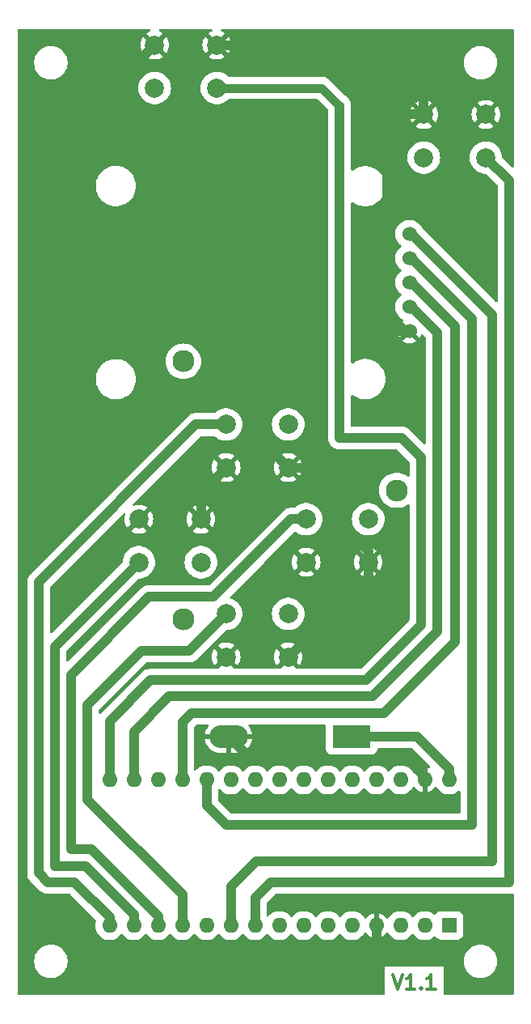
<source format=gbr>
%TF.GenerationSoftware,KiCad,Pcbnew,8.0.2*%
%TF.CreationDate,2024-05-12T00:22:51+01:00*%
%TF.ProjectId,Left_Controller_PCB_Bluetooth,4c656674-5f43-46f6-9e74-726f6c6c6572,V1.1*%
%TF.SameCoordinates,Original*%
%TF.FileFunction,Copper,L1,Top*%
%TF.FilePolarity,Positive*%
%FSLAX46Y46*%
G04 Gerber Fmt 4.6, Leading zero omitted, Abs format (unit mm)*
G04 Created by KiCad (PCBNEW 8.0.2) date 2024-05-12 00:22:51*
%MOMM*%
%LPD*%
G01*
G04 APERTURE LIST*
%ADD10C,0.300000*%
%TA.AperFunction,NonConductor*%
%ADD11C,0.300000*%
%TD*%
%TA.AperFunction,ComponentPad*%
%ADD12C,1.524000*%
%TD*%
%TA.AperFunction,ComponentPad*%
%ADD13C,2.000000*%
%TD*%
%TA.AperFunction,ComponentPad*%
%ADD14R,1.600000X1.600000*%
%TD*%
%TA.AperFunction,ComponentPad*%
%ADD15O,1.600000X1.600000*%
%TD*%
%TA.AperFunction,WasherPad*%
%ADD16C,2.300000*%
%TD*%
%TA.AperFunction,ComponentPad*%
%ADD17R,4.020000X2.410000*%
%TD*%
%TA.AperFunction,ComponentPad*%
%ADD18O,4.020000X2.410000*%
%TD*%
%TA.AperFunction,Conductor*%
%ADD19C,1.000000*%
%TD*%
%TA.AperFunction,Conductor*%
%ADD20C,0.900000*%
%TD*%
G04 APERTURE END LIST*
D10*
D11*
X156840225Y-146382828D02*
X157340225Y-147882828D01*
X157340225Y-147882828D02*
X157840225Y-146382828D01*
X159125939Y-147882828D02*
X158268796Y-147882828D01*
X158697367Y-147882828D02*
X158697367Y-146382828D01*
X158697367Y-146382828D02*
X158554510Y-146597114D01*
X158554510Y-146597114D02*
X158411653Y-146739971D01*
X158411653Y-146739971D02*
X158268796Y-146811400D01*
X159768795Y-147739971D02*
X159840224Y-147811400D01*
X159840224Y-147811400D02*
X159768795Y-147882828D01*
X159768795Y-147882828D02*
X159697367Y-147811400D01*
X159697367Y-147811400D02*
X159768795Y-147739971D01*
X159768795Y-147739971D02*
X159768795Y-147882828D01*
X161268796Y-147882828D02*
X160411653Y-147882828D01*
X160840224Y-147882828D02*
X160840224Y-146382828D01*
X160840224Y-146382828D02*
X160697367Y-146597114D01*
X160697367Y-146597114D02*
X160554510Y-146739971D01*
X160554510Y-146739971D02*
X160411653Y-146811400D01*
D12*
%TO.P,JoystickL1,1,GND*%
%TO.N,GND*%
X158563250Y-79080000D03*
%TO.P,JoystickL1,2,+5V*%
%TO.N,+3.3V*%
X158563250Y-76540000D03*
%TO.P,JoystickL1,3,VRX*%
%TO.N,/Analog_X_L*%
X158563250Y-74000000D03*
%TO.P,JoystickL1,4,VRY*%
%TO.N,/Analog_Y_L*%
X158563250Y-71460000D03*
%TO.P,JoystickL1,5,SW*%
%TO.N,/SEL_JOY_L*%
X158563250Y-68920000D03*
%TD*%
D13*
%TO.P,SEL_L1,1,1*%
%TO.N,/SEL_L*%
X166572000Y-60924000D03*
X160072000Y-60924000D03*
%TO.P,SEL_L1,2,2*%
%TO.N,GND*%
X166572000Y-56424000D03*
X160072000Y-56424000D03*
%TD*%
%TO.P,DOWN1,1,1*%
%TO.N,/DOWN*%
X139368000Y-108656000D03*
X145868000Y-108656000D03*
%TO.P,DOWN1,2,2*%
%TO.N,GND*%
X139368000Y-113156000D03*
X145868000Y-113156000D03*
%TD*%
%TO.P,LEFT1,1,1*%
%TO.N,GND*%
X130224000Y-98750000D03*
X136724000Y-98750000D03*
%TO.P,LEFT1,2,2*%
%TO.N,/LEFT*%
X130224000Y-103250000D03*
X136724000Y-103250000D03*
%TD*%
%TO.P,LEFT_SHOULDER1,1,1*%
%TO.N,/LEFT_SHOULDER*%
X138380800Y-53649932D03*
X131880800Y-53649932D03*
%TO.P,LEFT_SHOULDER1,2,2*%
%TO.N,GND*%
X138380800Y-49149932D03*
X131880800Y-49149932D03*
%TD*%
%TO.P,RIGHT1,1,1*%
%TO.N,/RIGHT*%
X147750000Y-98750000D03*
X154250000Y-98750000D03*
%TO.P,RIGHT1,2,2*%
%TO.N,GND*%
X147750000Y-103250000D03*
X154250000Y-103250000D03*
%TD*%
%TO.P,UP1,1,1*%
%TO.N,/UP*%
X139368000Y-88844000D03*
X145868000Y-88844000D03*
%TO.P,UP1,2,2*%
%TO.N,GND*%
X139368000Y-93344000D03*
X145868000Y-93344000D03*
%TD*%
D14*
%TO.P,CentralBoard1,1,D1/TX*%
%TO.N,unconnected-(CentralBoard1-D1{slash}TX-Pad1)*%
X162712400Y-141245532D03*
D15*
%TO.P,CentralBoard1,2,D0/RX*%
%TO.N,unconnected-(CentralBoard1-D0{slash}RX-Pad2)*%
X160172400Y-141245532D03*
%TO.P,CentralBoard1,3,~{RESET}*%
%TO.N,unconnected-(CentralBoard1-~{RESET}-Pad3)*%
X157632400Y-141245532D03*
%TO.P,CentralBoard1,4,GND*%
%TO.N,GND*%
X155092400Y-141245532D03*
%TO.P,CentralBoard1,5,D2*%
%TO.N,unconnected-(CentralBoard1-D2-Pad5)*%
X152552400Y-141245532D03*
%TO.P,CentralBoard1,6,D3*%
%TO.N,unconnected-(CentralBoard1-D3-Pad6)*%
X150012400Y-141245532D03*
%TO.P,CentralBoard1,7,D4*%
%TO.N,unconnected-(CentralBoard1-D4-Pad7)*%
X147472400Y-141245532D03*
%TO.P,CentralBoard1,8,D5*%
%TO.N,unconnected-(CentralBoard1-D5-Pad8)*%
X144932400Y-141245532D03*
%TO.P,CentralBoard1,9,D6*%
%TO.N,/SEL_L*%
X142392400Y-141245532D03*
%TO.P,CentralBoard1,10,D7*%
%TO.N,/SEL_JOY_L*%
X139852400Y-141245532D03*
%TO.P,CentralBoard1,11,D8*%
%TO.N,unconnected-(CentralBoard1-D8-Pad11)*%
X137312400Y-141245532D03*
%TO.P,CentralBoard1,12,D9*%
%TO.N,/DOWN*%
X134772400Y-141245532D03*
%TO.P,CentralBoard1,13,D10*%
%TO.N,/RIGHT*%
X132232400Y-141245532D03*
%TO.P,CentralBoard1,14,D11*%
%TO.N,/LEFT*%
X129692400Y-141245532D03*
%TO.P,CentralBoard1,15,D12*%
%TO.N,/UP*%
X127152400Y-141245532D03*
%TO.P,CentralBoard1,16,D13*%
%TO.N,/LEFT_SHOULDER*%
X127152400Y-126005532D03*
%TO.P,CentralBoard1,17,3V3*%
%TO.N,+3.3V*%
X129692400Y-126005532D03*
%TO.P,CentralBoard1,18,AREF*%
%TO.N,unconnected-(CentralBoard1-AREF-Pad18)*%
X132232400Y-126005532D03*
%TO.P,CentralBoard1,19,A0*%
%TO.N,/Analog_X_L*%
X134772400Y-126005532D03*
%TO.P,CentralBoard1,20,A1*%
%TO.N,/Analog_Y_L*%
X137312400Y-126005532D03*
%TO.P,CentralBoard1,21,A2*%
%TO.N,unconnected-(CentralBoard1-A2-Pad21)*%
X139852400Y-126005532D03*
%TO.P,CentralBoard1,22,A3*%
%TO.N,unconnected-(CentralBoard1-A3-Pad22)*%
X142392400Y-126005532D03*
%TO.P,CentralBoard1,23,A4*%
%TO.N,unconnected-(CentralBoard1-A4-Pad23)*%
X144932400Y-126005532D03*
%TO.P,CentralBoard1,24,A5*%
%TO.N,unconnected-(CentralBoard1-A5-Pad24)*%
X147472400Y-126005532D03*
%TO.P,CentralBoard1,25,A6*%
%TO.N,unconnected-(CentralBoard1-A6-Pad25)*%
X150012400Y-126005532D03*
%TO.P,CentralBoard1,26,A7*%
%TO.N,unconnected-(CentralBoard1-A7-Pad26)*%
X152552400Y-126005532D03*
%TO.P,CentralBoard1,27,+5V*%
%TO.N,unconnected-(CentralBoard1-+5V-Pad27)*%
X155092400Y-126005532D03*
%TO.P,CentralBoard1,28,~{RESET}*%
%TO.N,unconnected-(CentralBoard1-~{RESET}-Pad28)*%
X157632400Y-126005532D03*
%TO.P,CentralBoard1,29,GND*%
%TO.N,GND*%
X160172400Y-126005532D03*
%TO.P,CentralBoard1,30,VIN*%
%TO.N,+9V*%
X162712400Y-126005532D03*
%TD*%
D16*
%TO.P,BAT9V1,*%
%TO.N,*%
X134880000Y-109210000D03*
X157230000Y-95720000D03*
X134880000Y-82240000D03*
D17*
%TO.P,BAT9V1,1,+*%
%TO.N,+9V*%
X152500000Y-121500000D03*
D18*
%TO.P,BAT9V1,2,-*%
%TO.N,GND*%
X139620000Y-121500000D03*
%TD*%
D19*
%TO.N,+9V*%
X159338238Y-121500000D02*
X162712400Y-124874162D01*
X152500000Y-121500000D02*
X159338238Y-121500000D01*
X162712400Y-124874162D02*
X162712400Y-126005532D01*
%TO.N,GND*%
X118008400Y-137258400D02*
X118008400Y-103987600D01*
X152492428Y-146500000D02*
X129000000Y-146500000D01*
X151000000Y-95250000D02*
X149094000Y-93344000D01*
X145868000Y-93344000D02*
X142750000Y-90226000D01*
X118008400Y-103987600D02*
X122176800Y-99819200D01*
X142025000Y-123905000D02*
X158360296Y-123905000D01*
X136724000Y-95988000D02*
X139368000Y-93344000D01*
X160172400Y-125717104D02*
X160172400Y-126005532D01*
X142750000Y-84000000D02*
X134500000Y-75750000D01*
X160036000Y-56388000D02*
X160072000Y-56424000D01*
X129000000Y-146500000D02*
X120939172Y-138439172D01*
X122176800Y-72750000D02*
X122176800Y-58853932D01*
X155092400Y-143900028D02*
X152492428Y-146500000D01*
X151000000Y-98888730D02*
X151000000Y-95250000D01*
X154250000Y-103250000D02*
X154250000Y-102138730D01*
X155092400Y-141245532D02*
X155092400Y-143900028D01*
X157099932Y-49149932D02*
X138380800Y-49149932D01*
X145868000Y-113156000D02*
X154250000Y-104774000D01*
X158360296Y-123905000D02*
X160172400Y-125717104D01*
X122176800Y-99819200D02*
X122176800Y-75750000D01*
X156718000Y-56388000D02*
X160036000Y-56388000D01*
X134500000Y-75750000D02*
X122176800Y-75750000D01*
X119189172Y-138439172D02*
X118008400Y-137258400D01*
X139620000Y-121500000D02*
X142025000Y-123905000D01*
X136724000Y-98750000D02*
X136724000Y-95988000D01*
X160072000Y-52122000D02*
X157099932Y-49149932D01*
X149094000Y-93344000D02*
X145868000Y-93344000D01*
X122176800Y-58853932D02*
X131880800Y-49149932D01*
X122176800Y-75750000D02*
X122176800Y-72750000D01*
X158563250Y-79080000D02*
X157080000Y-79080000D01*
X156210000Y-56896000D02*
X156718000Y-56388000D01*
X160072000Y-56424000D02*
X160072000Y-52122000D01*
X157080000Y-79080000D02*
X156210000Y-78210000D01*
X154250000Y-104774000D02*
X154250000Y-103250000D01*
X156210000Y-78210000D02*
X156210000Y-56896000D01*
X142750000Y-90226000D02*
X142750000Y-84000000D01*
X154250000Y-102138730D02*
X151000000Y-98888730D01*
X120939172Y-138439172D02*
X119189172Y-138439172D01*
%TO.N,/LEFT_SHOULDER*%
X127152400Y-119848005D02*
X127152400Y-126005532D01*
D20*
X138380800Y-53649932D02*
X149399932Y-53649932D01*
D19*
X157750000Y-90250000D02*
X159768800Y-92268800D01*
X131400405Y-115600000D02*
X127152400Y-119848005D01*
D20*
X149399932Y-53649932D02*
X151250000Y-55500000D01*
D19*
X151250000Y-55500000D02*
X151250000Y-90250000D01*
X151250000Y-90250000D02*
X157750000Y-90250000D01*
X159768800Y-92268800D02*
X159768800Y-109819932D01*
X159768800Y-109819932D02*
X153988732Y-115600000D01*
X153988732Y-115600000D02*
X131400405Y-115600000D01*
%TO.N,/UP*%
X127152400Y-140402400D02*
X123489172Y-136739172D01*
X127152400Y-141245532D02*
X127152400Y-140402400D01*
X123489172Y-136739172D02*
X120704237Y-136739172D01*
X119708400Y-105335600D02*
X136200000Y-88844000D01*
X119708400Y-135743335D02*
X119708400Y-105335600D01*
X120704237Y-136739172D02*
X119708400Y-135743335D01*
X136200000Y-88844000D02*
X139368000Y-88844000D01*
%TO.N,/Analog_X_L*%
X158797938Y-74000000D02*
X163324800Y-78526862D01*
X163324800Y-78526862D02*
X163324800Y-111597932D01*
X163324800Y-111597932D02*
X155922732Y-119000000D01*
X158563250Y-74000000D02*
X158797938Y-74000000D01*
X135750000Y-119000000D02*
X134772400Y-119977600D01*
X134772400Y-119977600D02*
X134772400Y-126005532D01*
X155922732Y-119000000D02*
X135750000Y-119000000D01*
%TO.N,/Analog_Y_L*%
X139402372Y-130750000D02*
X137312400Y-128660028D01*
X158563250Y-71460000D02*
X158797938Y-71460000D01*
X165102800Y-130750000D02*
X139402372Y-130750000D01*
X158797938Y-71460000D02*
X165102800Y-77764862D01*
X137312400Y-128660028D02*
X137312400Y-126005532D01*
X165102800Y-77764862D02*
X165102800Y-130750000D01*
%TO.N,/LEFT*%
X124617410Y-135039172D02*
X121408400Y-135039172D01*
X129692400Y-140114162D02*
X124617410Y-135039172D01*
X121408400Y-112065600D02*
X130224000Y-103250000D01*
X129692400Y-141245532D02*
X129692400Y-140114162D01*
X121408400Y-135039172D02*
X121408400Y-112065600D01*
%TO.N,/DOWN*%
X139368000Y-108656000D02*
X135524000Y-112500000D01*
X124815600Y-118184400D02*
X124815600Y-128065600D01*
X124815600Y-128065600D02*
X134772400Y-138022400D01*
X134772400Y-138022400D02*
X134772400Y-141245532D01*
X135524000Y-112500000D02*
X130500000Y-112500000D01*
X130500000Y-112500000D02*
X124815600Y-118184400D01*
%TO.N,/RIGHT*%
X125206891Y-133224489D02*
X132232400Y-140249998D01*
X146162730Y-98750000D02*
X147750000Y-98750000D01*
X123108400Y-115025437D02*
X131273837Y-106860000D01*
X123108400Y-133224489D02*
X125206891Y-133224489D01*
X123108400Y-133224489D02*
X123108400Y-115025437D01*
X132232400Y-140249998D02*
X132232400Y-141245532D01*
X131273837Y-106860000D02*
X138052730Y-106860000D01*
X138052730Y-106860000D02*
X146162730Y-98750000D01*
%TO.N,/SEL_JOY_L*%
X142500000Y-134500000D02*
X139852400Y-137147600D01*
X139852400Y-137147600D02*
X139852400Y-141245532D01*
X167222800Y-77344862D02*
X167222800Y-134500000D01*
X167222800Y-134500000D02*
X142500000Y-134500000D01*
X158563250Y-68920000D02*
X158797938Y-68920000D01*
X158797938Y-68920000D02*
X167222800Y-77344862D01*
%TO.N,+3.3V*%
X129692400Y-120954800D02*
X129692400Y-126005532D01*
X133347200Y-117300000D02*
X129692400Y-120954800D01*
X161468800Y-79210862D02*
X161468800Y-110524096D01*
X158797938Y-76540000D02*
X161468800Y-79210862D01*
X158563250Y-76540000D02*
X158797938Y-76540000D01*
X154692896Y-117300000D02*
X133347200Y-117300000D01*
X161468800Y-110524096D02*
X154692896Y-117300000D01*
%TO.N,/SEL_L*%
X169000000Y-63352000D02*
X169000000Y-136750000D01*
X169000000Y-136750000D02*
X144000000Y-136750000D01*
X144000000Y-136750000D02*
X142392400Y-138357600D01*
X142392400Y-138357600D02*
X142392400Y-141245532D01*
X166572000Y-60924000D02*
X169000000Y-63352000D01*
%TD*%
%TA.AperFunction,Conductor*%
%TO.N,GND*%
G36*
X131389722Y-47520185D02*
G01*
X131435477Y-47572989D01*
X131445421Y-47642147D01*
X131416396Y-47705703D01*
X131362946Y-47741781D01*
X131276196Y-47771562D01*
X131276190Y-47771564D01*
X131057561Y-47889881D01*
X131010742Y-47926320D01*
X131010742Y-47926322D01*
X131710565Y-48626144D01*
X131668508Y-48637414D01*
X131543092Y-48709822D01*
X131440690Y-48812224D01*
X131368282Y-48937640D01*
X131357012Y-48979696D01*
X130657364Y-48280048D01*
X130557067Y-48433564D01*
X130457212Y-48661214D01*
X130396187Y-48902193D01*
X130396185Y-48902202D01*
X130375659Y-49149926D01*
X130375659Y-49149937D01*
X130396185Y-49397661D01*
X130396187Y-49397670D01*
X130457212Y-49638649D01*
X130557066Y-49866296D01*
X130657364Y-50019814D01*
X131357012Y-49320166D01*
X131368282Y-49362224D01*
X131440690Y-49487640D01*
X131543092Y-49590042D01*
X131668508Y-49662450D01*
X131710565Y-49673719D01*
X131010742Y-50373541D01*
X131057568Y-50409987D01*
X131057570Y-50409988D01*
X131276185Y-50528296D01*
X131276196Y-50528301D01*
X131511306Y-50609015D01*
X131756507Y-50649932D01*
X132005093Y-50649932D01*
X132250293Y-50609015D01*
X132485403Y-50528301D01*
X132485414Y-50528296D01*
X132704028Y-50409989D01*
X132704031Y-50409987D01*
X132750856Y-50373541D01*
X132051034Y-49673719D01*
X132093092Y-49662450D01*
X132218508Y-49590042D01*
X132320910Y-49487640D01*
X132393318Y-49362224D01*
X132404587Y-49320167D01*
X133104234Y-50019814D01*
X133204531Y-49866301D01*
X133304387Y-49638649D01*
X133365412Y-49397670D01*
X133365414Y-49397661D01*
X133385941Y-49149937D01*
X133385941Y-49149926D01*
X133365414Y-48902202D01*
X133365412Y-48902193D01*
X133304387Y-48661214D01*
X133204531Y-48433562D01*
X133104234Y-48280048D01*
X132404587Y-48979696D01*
X132393318Y-48937640D01*
X132320910Y-48812224D01*
X132218508Y-48709822D01*
X132093092Y-48637414D01*
X132051035Y-48626144D01*
X132750857Y-47926322D01*
X132750856Y-47926321D01*
X132704029Y-47889875D01*
X132485414Y-47771567D01*
X132485403Y-47771562D01*
X132398654Y-47741781D01*
X132341639Y-47701395D01*
X132315508Y-47636596D01*
X132328560Y-47567956D01*
X132376648Y-47517268D01*
X132438917Y-47500500D01*
X137822683Y-47500500D01*
X137889722Y-47520185D01*
X137935477Y-47572989D01*
X137945421Y-47642147D01*
X137916396Y-47705703D01*
X137862946Y-47741781D01*
X137776196Y-47771562D01*
X137776190Y-47771564D01*
X137557561Y-47889881D01*
X137510742Y-47926320D01*
X137510742Y-47926322D01*
X138210565Y-48626144D01*
X138168508Y-48637414D01*
X138043092Y-48709822D01*
X137940690Y-48812224D01*
X137868282Y-48937640D01*
X137857012Y-48979696D01*
X137157364Y-48280048D01*
X137057067Y-48433564D01*
X136957212Y-48661214D01*
X136896187Y-48902193D01*
X136896185Y-48902202D01*
X136875659Y-49149926D01*
X136875659Y-49149937D01*
X136896185Y-49397661D01*
X136896187Y-49397670D01*
X136957212Y-49638649D01*
X137057066Y-49866296D01*
X137157364Y-50019814D01*
X137857012Y-49320166D01*
X137868282Y-49362224D01*
X137940690Y-49487640D01*
X138043092Y-49590042D01*
X138168508Y-49662450D01*
X138210565Y-49673719D01*
X137510742Y-50373541D01*
X137557568Y-50409987D01*
X137557570Y-50409988D01*
X137776185Y-50528296D01*
X137776196Y-50528301D01*
X138011306Y-50609015D01*
X138256507Y-50649932D01*
X138505093Y-50649932D01*
X138750293Y-50609015D01*
X138985403Y-50528301D01*
X138985414Y-50528296D01*
X139204028Y-50409989D01*
X139204031Y-50409987D01*
X139250856Y-50373541D01*
X138551034Y-49673719D01*
X138593092Y-49662450D01*
X138718508Y-49590042D01*
X138820910Y-49487640D01*
X138893318Y-49362224D01*
X138904587Y-49320167D01*
X139604234Y-50019814D01*
X139704531Y-49866301D01*
X139804387Y-49638649D01*
X139865412Y-49397670D01*
X139865414Y-49397661D01*
X139885941Y-49149937D01*
X139885941Y-49149926D01*
X139865414Y-48902202D01*
X139865412Y-48902193D01*
X139804387Y-48661214D01*
X139704531Y-48433562D01*
X139604234Y-48280048D01*
X138904587Y-48979696D01*
X138893318Y-48937640D01*
X138820910Y-48812224D01*
X138718508Y-48709822D01*
X138593092Y-48637414D01*
X138551035Y-48626144D01*
X139250857Y-47926322D01*
X139250856Y-47926321D01*
X139204029Y-47889875D01*
X138985414Y-47771567D01*
X138985403Y-47771562D01*
X138898654Y-47741781D01*
X138841639Y-47701395D01*
X138815508Y-47636596D01*
X138828560Y-47567956D01*
X138876648Y-47517268D01*
X138938917Y-47500500D01*
X169375500Y-47500500D01*
X169442539Y-47520185D01*
X169488294Y-47572989D01*
X169499500Y-47624500D01*
X169499500Y-61854374D01*
X169479815Y-61921413D01*
X169427011Y-61967168D01*
X169357853Y-61977112D01*
X169294297Y-61948087D01*
X169287819Y-61942055D01*
X168310409Y-60964646D01*
X168276924Y-60903323D01*
X168274438Y-60886240D01*
X168258222Y-60669843D01*
X168201508Y-60421363D01*
X168108393Y-60184112D01*
X167980959Y-59963388D01*
X167822050Y-59764123D01*
X167635217Y-59590768D01*
X167424634Y-59447195D01*
X167424630Y-59447193D01*
X167424627Y-59447191D01*
X167424626Y-59447190D01*
X167195006Y-59336612D01*
X167195008Y-59336612D01*
X166951466Y-59261489D01*
X166951462Y-59261488D01*
X166951458Y-59261487D01*
X166830231Y-59243214D01*
X166699440Y-59223500D01*
X166699435Y-59223500D01*
X166444565Y-59223500D01*
X166444559Y-59223500D01*
X166287609Y-59247157D01*
X166192542Y-59261487D01*
X166192539Y-59261488D01*
X166192533Y-59261489D01*
X165948992Y-59336612D01*
X165719373Y-59447190D01*
X165719372Y-59447191D01*
X165508782Y-59590768D01*
X165321952Y-59764121D01*
X165321950Y-59764123D01*
X165163041Y-59963388D01*
X165035608Y-60184109D01*
X164942492Y-60421362D01*
X164942490Y-60421369D01*
X164885777Y-60669845D01*
X164866732Y-60923995D01*
X164866732Y-60924004D01*
X164885777Y-61178154D01*
X164885778Y-61178157D01*
X164942492Y-61426637D01*
X165035607Y-61663888D01*
X165163041Y-61884612D01*
X165321950Y-62083877D01*
X165508783Y-62257232D01*
X165719366Y-62400805D01*
X165719371Y-62400807D01*
X165719372Y-62400808D01*
X165719373Y-62400809D01*
X165841328Y-62459538D01*
X165948992Y-62511387D01*
X165948993Y-62511387D01*
X165948996Y-62511389D01*
X166192542Y-62586513D01*
X166444565Y-62624500D01*
X166523374Y-62624500D01*
X166590413Y-62644185D01*
X166611055Y-62660819D01*
X167763181Y-63812944D01*
X167796666Y-63874267D01*
X167799500Y-63900625D01*
X167799500Y-75924436D01*
X167779815Y-75991475D01*
X167727011Y-76037230D01*
X167657853Y-76047174D01*
X167594297Y-76018149D01*
X167587819Y-76012117D01*
X159914650Y-68338948D01*
X159888775Y-68301076D01*
X159853889Y-68221542D01*
X159721325Y-68018637D01*
X159702658Y-67998359D01*
X159557169Y-67840316D01*
X159557164Y-67840312D01*
X159557162Y-67840310D01*
X159365911Y-67691453D01*
X159365900Y-67691446D01*
X159152749Y-67576095D01*
X159152746Y-67576094D01*
X159152743Y-67576092D01*
X159152737Y-67576090D01*
X159152735Y-67576089D01*
X158923506Y-67497393D01*
X158744202Y-67467473D01*
X158684436Y-67457500D01*
X158442064Y-67457500D01*
X158394250Y-67465478D01*
X158202993Y-67497393D01*
X157973764Y-67576089D01*
X157973750Y-67576095D01*
X157760599Y-67691446D01*
X157760588Y-67691453D01*
X157569337Y-67840310D01*
X157569334Y-67840313D01*
X157405174Y-68018637D01*
X157272611Y-68221541D01*
X157175251Y-68443501D01*
X157115753Y-68678451D01*
X157115751Y-68678463D01*
X157095738Y-68919994D01*
X157095738Y-68920005D01*
X157115751Y-69161536D01*
X157115753Y-69161548D01*
X157175251Y-69396498D01*
X157272611Y-69618458D01*
X157405174Y-69821362D01*
X157405177Y-69821365D01*
X157569331Y-69999684D01*
X157629077Y-70046186D01*
X157688127Y-70092147D01*
X157728940Y-70148857D01*
X157732614Y-70218630D01*
X157697982Y-70279313D01*
X157688127Y-70287853D01*
X157569333Y-70380314D01*
X157405174Y-70558637D01*
X157272611Y-70761541D01*
X157175251Y-70983501D01*
X157115753Y-71218451D01*
X157115751Y-71218463D01*
X157095738Y-71459994D01*
X157095738Y-71460005D01*
X157115751Y-71701536D01*
X157115753Y-71701548D01*
X157175251Y-71936498D01*
X157272611Y-72158458D01*
X157405174Y-72361362D01*
X157405177Y-72361365D01*
X157569331Y-72539684D01*
X157629077Y-72586186D01*
X157688127Y-72632147D01*
X157728940Y-72688857D01*
X157732614Y-72758630D01*
X157697982Y-72819313D01*
X157688127Y-72827853D01*
X157569333Y-72920314D01*
X157405174Y-73098637D01*
X157272611Y-73301541D01*
X157175251Y-73523501D01*
X157115753Y-73758451D01*
X157115751Y-73758463D01*
X157095738Y-73999994D01*
X157095738Y-74000005D01*
X157115751Y-74241536D01*
X157115753Y-74241548D01*
X157175251Y-74476498D01*
X157272611Y-74698458D01*
X157405174Y-74901362D01*
X157405177Y-74901365D01*
X157569331Y-75079684D01*
X157629077Y-75126186D01*
X157688127Y-75172147D01*
X157728940Y-75228857D01*
X157732614Y-75298630D01*
X157697982Y-75359313D01*
X157688127Y-75367853D01*
X157569333Y-75460314D01*
X157405174Y-75638637D01*
X157272611Y-75841541D01*
X157175251Y-76063501D01*
X157115753Y-76298451D01*
X157115751Y-76298463D01*
X157095738Y-76539994D01*
X157095738Y-76540005D01*
X157115751Y-76781536D01*
X157115753Y-76781548D01*
X157175251Y-77016498D01*
X157272611Y-77238458D01*
X157405174Y-77441362D01*
X157405177Y-77441365D01*
X157569331Y-77619684D01*
X157569334Y-77619686D01*
X157569337Y-77619689D01*
X157760588Y-77768546D01*
X157760598Y-77768553D01*
X157808878Y-77794680D01*
X157852225Y-77818138D01*
X157901816Y-77867357D01*
X157916924Y-77935573D01*
X157892754Y-78001129D01*
X157865080Y-78028039D01*
X157865060Y-78028257D01*
X158375460Y-78538657D01*
X158342659Y-78547447D01*
X158212341Y-78622687D01*
X158105937Y-78729091D01*
X158030697Y-78859409D01*
X158021907Y-78892210D01*
X157511508Y-78381811D01*
X157466151Y-78446590D01*
X157372829Y-78646720D01*
X157372825Y-78646729D01*
X157315676Y-78860013D01*
X157315674Y-78860023D01*
X157296429Y-79079999D01*
X157296429Y-79080000D01*
X157315674Y-79299976D01*
X157315676Y-79299986D01*
X157372825Y-79513270D01*
X157372830Y-79513284D01*
X157466148Y-79713405D01*
X157466151Y-79713411D01*
X157511508Y-79778187D01*
X157511509Y-79778188D01*
X158021907Y-79267789D01*
X158030697Y-79300591D01*
X158105937Y-79430909D01*
X158212341Y-79537313D01*
X158342659Y-79612553D01*
X158375460Y-79621342D01*
X157865060Y-80131740D01*
X157929840Y-80177099D01*
X157929842Y-80177100D01*
X158129965Y-80270419D01*
X158129979Y-80270424D01*
X158343263Y-80327573D01*
X158343273Y-80327575D01*
X158563249Y-80346821D01*
X158563251Y-80346821D01*
X158783226Y-80327575D01*
X158783236Y-80327573D01*
X158996520Y-80270424D01*
X158996534Y-80270419D01*
X159196657Y-80177100D01*
X159196667Y-80177094D01*
X159261438Y-80131741D01*
X158751039Y-79621342D01*
X158783841Y-79612553D01*
X158914159Y-79537313D01*
X159020563Y-79430909D01*
X159095803Y-79300591D01*
X159104592Y-79267789D01*
X159614991Y-79778188D01*
X159660344Y-79713417D01*
X159660350Y-79713407D01*
X159753669Y-79513284D01*
X159753672Y-79513276D01*
X159765660Y-79468533D01*
X159802024Y-79408872D01*
X159864870Y-79378341D01*
X159934246Y-79386635D01*
X159973117Y-79412943D01*
X160231981Y-79671807D01*
X160265466Y-79733130D01*
X160268300Y-79759488D01*
X160268300Y-90771174D01*
X160248615Y-90838213D01*
X160195811Y-90883968D01*
X160126653Y-90893912D01*
X160063097Y-90864887D01*
X160056619Y-90858855D01*
X158532076Y-89334312D01*
X158532074Y-89334310D01*
X158379199Y-89223240D01*
X158210836Y-89137454D01*
X158031118Y-89079059D01*
X157844486Y-89049500D01*
X157844481Y-89049500D01*
X152574500Y-89049500D01*
X152507461Y-89029815D01*
X152461706Y-88977011D01*
X152450500Y-88925500D01*
X152450500Y-85843762D01*
X152470185Y-85776723D01*
X152522989Y-85730968D01*
X152592147Y-85721024D01*
X152652753Y-85747573D01*
X152730353Y-85810705D01*
X152975882Y-85960015D01*
X153162737Y-86041176D01*
X153239442Y-86074494D01*
X153516142Y-86152021D01*
X153766420Y-86186421D01*
X153800821Y-86191150D01*
X153800822Y-86191150D01*
X154088179Y-86191150D01*
X154118870Y-86186931D01*
X154372858Y-86152021D01*
X154649558Y-86074494D01*
X154762515Y-86025429D01*
X154913117Y-85960015D01*
X154913120Y-85960013D01*
X154913125Y-85960011D01*
X155158647Y-85810705D01*
X155381553Y-85629358D01*
X155577689Y-85419348D01*
X155743401Y-85184586D01*
X155875604Y-84929447D01*
X155971834Y-84658682D01*
X156030298Y-84377336D01*
X156049908Y-84090650D01*
X156030298Y-83803964D01*
X155971834Y-83522618D01*
X155947769Y-83454907D01*
X155875605Y-83251856D01*
X155875606Y-83251856D01*
X155743401Y-82996714D01*
X155577687Y-82761949D01*
X155499054Y-82677755D01*
X155381553Y-82551942D01*
X155170140Y-82379945D01*
X155158646Y-82370594D01*
X154913117Y-82221284D01*
X154649563Y-82106808D01*
X154649561Y-82106807D01*
X154649558Y-82106806D01*
X154520078Y-82070527D01*
X154372864Y-82029280D01*
X154372859Y-82029279D01*
X154372858Y-82029279D01*
X154230518Y-82009714D01*
X154088179Y-81990150D01*
X154088178Y-81990150D01*
X153800822Y-81990150D01*
X153800821Y-81990150D01*
X153516142Y-82029279D01*
X153516135Y-82029280D01*
X153308361Y-82087495D01*
X153239442Y-82106806D01*
X153239439Y-82106806D01*
X153239436Y-82106808D01*
X153239435Y-82106808D01*
X152975882Y-82221284D01*
X152730354Y-82370594D01*
X152652754Y-82433726D01*
X152588328Y-82460764D01*
X152519512Y-82448678D01*
X152468154Y-82401306D01*
X152450500Y-82337537D01*
X152450500Y-65691247D01*
X152470185Y-65624208D01*
X152522989Y-65578453D01*
X152592147Y-65568509D01*
X152652752Y-65595057D01*
X152720353Y-65650055D01*
X152916542Y-65769361D01*
X152965882Y-65799365D01*
X153152737Y-65880526D01*
X153229442Y-65913844D01*
X153506142Y-65991371D01*
X153756420Y-66025771D01*
X153790821Y-66030500D01*
X153790822Y-66030500D01*
X154078179Y-66030500D01*
X154108870Y-66026281D01*
X154362858Y-65991371D01*
X154639558Y-65913844D01*
X154752515Y-65864779D01*
X154903117Y-65799365D01*
X154903120Y-65799363D01*
X154903125Y-65799361D01*
X155148647Y-65650055D01*
X155371553Y-65468708D01*
X155567689Y-65258698D01*
X155733401Y-65023936D01*
X155865604Y-64768797D01*
X155961834Y-64498032D01*
X156020298Y-64216686D01*
X156039908Y-63930000D01*
X156020298Y-63643314D01*
X155961834Y-63361968D01*
X155865605Y-63091206D01*
X155865606Y-63091206D01*
X155733401Y-62836064D01*
X155567687Y-62601299D01*
X155483714Y-62511387D01*
X155371553Y-62391292D01*
X155206771Y-62257232D01*
X155148646Y-62209944D01*
X154903117Y-62060634D01*
X154639563Y-61946158D01*
X154639561Y-61946157D01*
X154639558Y-61946156D01*
X154510078Y-61909877D01*
X154362864Y-61868630D01*
X154362859Y-61868629D01*
X154362858Y-61868629D01*
X154144603Y-61838630D01*
X154078179Y-61829500D01*
X154078178Y-61829500D01*
X153790822Y-61829500D01*
X153790821Y-61829500D01*
X153506142Y-61868629D01*
X153506135Y-61868630D01*
X153298361Y-61926845D01*
X153229442Y-61946156D01*
X153229439Y-61946156D01*
X153229436Y-61946158D01*
X153229435Y-61946158D01*
X152965882Y-62060634D01*
X152720353Y-62209944D01*
X152652755Y-62264940D01*
X152588329Y-62291979D01*
X152519512Y-62279893D01*
X152468154Y-62232521D01*
X152450500Y-62168752D01*
X152450500Y-60923995D01*
X158366732Y-60923995D01*
X158366732Y-60924004D01*
X158385777Y-61178154D01*
X158385778Y-61178157D01*
X158442492Y-61426637D01*
X158535607Y-61663888D01*
X158663041Y-61884612D01*
X158821950Y-62083877D01*
X159008783Y-62257232D01*
X159219366Y-62400805D01*
X159219371Y-62400807D01*
X159219372Y-62400808D01*
X159219373Y-62400809D01*
X159341328Y-62459538D01*
X159448992Y-62511387D01*
X159448993Y-62511387D01*
X159448996Y-62511389D01*
X159692542Y-62586513D01*
X159944565Y-62624500D01*
X160199435Y-62624500D01*
X160451458Y-62586513D01*
X160695004Y-62511389D01*
X160924634Y-62400805D01*
X161135217Y-62257232D01*
X161322050Y-62083877D01*
X161480959Y-61884612D01*
X161608393Y-61663888D01*
X161701508Y-61426637D01*
X161758222Y-61178157D01*
X161777268Y-60924000D01*
X161758222Y-60669843D01*
X161701508Y-60421363D01*
X161608393Y-60184112D01*
X161480959Y-59963388D01*
X161322050Y-59764123D01*
X161135217Y-59590768D01*
X160924634Y-59447195D01*
X160924630Y-59447193D01*
X160924627Y-59447191D01*
X160924626Y-59447190D01*
X160695006Y-59336612D01*
X160695008Y-59336612D01*
X160451466Y-59261489D01*
X160451462Y-59261488D01*
X160451458Y-59261487D01*
X160330231Y-59243214D01*
X160199440Y-59223500D01*
X160199435Y-59223500D01*
X159944565Y-59223500D01*
X159944559Y-59223500D01*
X159787609Y-59247157D01*
X159692542Y-59261487D01*
X159692539Y-59261488D01*
X159692533Y-59261489D01*
X159448992Y-59336612D01*
X159219373Y-59447190D01*
X159219372Y-59447191D01*
X159008782Y-59590768D01*
X158821952Y-59764121D01*
X158821950Y-59764123D01*
X158663041Y-59963388D01*
X158535608Y-60184109D01*
X158442492Y-60421362D01*
X158442490Y-60421369D01*
X158385777Y-60669845D01*
X158366732Y-60923995D01*
X152450500Y-60923995D01*
X152450500Y-56423994D01*
X158566859Y-56423994D01*
X158566859Y-56424005D01*
X158587385Y-56671729D01*
X158587387Y-56671738D01*
X158648412Y-56912717D01*
X158748266Y-57140364D01*
X158848564Y-57293882D01*
X159548212Y-56594234D01*
X159559482Y-56636292D01*
X159631890Y-56761708D01*
X159734292Y-56864110D01*
X159859708Y-56936518D01*
X159901765Y-56947787D01*
X159201942Y-57647609D01*
X159248768Y-57684055D01*
X159248770Y-57684056D01*
X159467385Y-57802364D01*
X159467396Y-57802369D01*
X159702506Y-57883083D01*
X159947707Y-57924000D01*
X160196293Y-57924000D01*
X160441493Y-57883083D01*
X160676603Y-57802369D01*
X160676614Y-57802364D01*
X160895228Y-57684057D01*
X160895231Y-57684055D01*
X160942056Y-57647609D01*
X160242234Y-56947787D01*
X160284292Y-56936518D01*
X160409708Y-56864110D01*
X160512110Y-56761708D01*
X160584518Y-56636292D01*
X160595787Y-56594235D01*
X161295434Y-57293882D01*
X161395731Y-57140369D01*
X161495587Y-56912717D01*
X161556612Y-56671738D01*
X161556614Y-56671729D01*
X161577141Y-56424005D01*
X161577141Y-56423994D01*
X165066859Y-56423994D01*
X165066859Y-56424005D01*
X165087385Y-56671729D01*
X165087387Y-56671738D01*
X165148412Y-56912717D01*
X165248266Y-57140364D01*
X165348564Y-57293882D01*
X166048212Y-56594234D01*
X166059482Y-56636292D01*
X166131890Y-56761708D01*
X166234292Y-56864110D01*
X166359708Y-56936518D01*
X166401765Y-56947787D01*
X165701942Y-57647609D01*
X165748768Y-57684055D01*
X165748770Y-57684056D01*
X165967385Y-57802364D01*
X165967396Y-57802369D01*
X166202506Y-57883083D01*
X166447707Y-57924000D01*
X166696293Y-57924000D01*
X166941493Y-57883083D01*
X167176603Y-57802369D01*
X167176614Y-57802364D01*
X167395228Y-57684057D01*
X167395231Y-57684055D01*
X167442056Y-57647609D01*
X166742234Y-56947787D01*
X166784292Y-56936518D01*
X166909708Y-56864110D01*
X167012110Y-56761708D01*
X167084518Y-56636292D01*
X167095787Y-56594235D01*
X167795434Y-57293882D01*
X167895731Y-57140369D01*
X167995587Y-56912717D01*
X168056612Y-56671738D01*
X168056614Y-56671729D01*
X168077141Y-56424005D01*
X168077141Y-56423994D01*
X168056614Y-56176270D01*
X168056612Y-56176261D01*
X167995587Y-55935282D01*
X167895731Y-55707630D01*
X167795434Y-55554116D01*
X167095787Y-56253764D01*
X167084518Y-56211708D01*
X167012110Y-56086292D01*
X166909708Y-55983890D01*
X166784292Y-55911482D01*
X166742235Y-55900212D01*
X167442057Y-55200390D01*
X167442056Y-55200389D01*
X167395229Y-55163943D01*
X167176614Y-55045635D01*
X167176603Y-55045630D01*
X166941493Y-54964916D01*
X166696293Y-54924000D01*
X166447707Y-54924000D01*
X166202506Y-54964916D01*
X165967396Y-55045630D01*
X165967390Y-55045632D01*
X165748761Y-55163949D01*
X165701942Y-55200388D01*
X165701942Y-55200390D01*
X166401765Y-55900212D01*
X166359708Y-55911482D01*
X166234292Y-55983890D01*
X166131890Y-56086292D01*
X166059482Y-56211708D01*
X166048212Y-56253764D01*
X165348564Y-55554116D01*
X165248267Y-55707632D01*
X165148412Y-55935282D01*
X165087387Y-56176261D01*
X165087385Y-56176270D01*
X165066859Y-56423994D01*
X161577141Y-56423994D01*
X161556614Y-56176270D01*
X161556612Y-56176261D01*
X161495587Y-55935282D01*
X161395731Y-55707630D01*
X161295434Y-55554116D01*
X160595787Y-56253764D01*
X160584518Y-56211708D01*
X160512110Y-56086292D01*
X160409708Y-55983890D01*
X160284292Y-55911482D01*
X160242235Y-55900212D01*
X160942057Y-55200390D01*
X160942056Y-55200389D01*
X160895229Y-55163943D01*
X160676614Y-55045635D01*
X160676603Y-55045630D01*
X160441493Y-54964916D01*
X160196293Y-54924000D01*
X159947707Y-54924000D01*
X159702506Y-54964916D01*
X159467396Y-55045630D01*
X159467390Y-55045632D01*
X159248761Y-55163949D01*
X159201942Y-55200388D01*
X159201942Y-55200390D01*
X159901765Y-55900212D01*
X159859708Y-55911482D01*
X159734292Y-55983890D01*
X159631890Y-56086292D01*
X159559482Y-56211708D01*
X159548212Y-56253764D01*
X158848564Y-55554116D01*
X158748267Y-55707632D01*
X158648412Y-55935282D01*
X158587387Y-56176261D01*
X158587385Y-56176270D01*
X158566859Y-56423994D01*
X152450500Y-56423994D01*
X152450500Y-55405513D01*
X152420940Y-55218881D01*
X152364647Y-55045632D01*
X152362547Y-55039168D01*
X152362545Y-55039165D01*
X152362545Y-55039163D01*
X152276759Y-54870800D01*
X152252021Y-54836751D01*
X152165690Y-54717927D01*
X152032073Y-54584310D01*
X151879199Y-54473240D01*
X151879198Y-54473239D01*
X151879196Y-54473238D01*
X151837760Y-54452125D01*
X151806375Y-54429322D01*
X150281825Y-52904772D01*
X150281816Y-52904762D01*
X150277485Y-52900431D01*
X150149433Y-52772379D01*
X150149429Y-52772376D01*
X150149425Y-52772372D01*
X150002929Y-52665938D01*
X150002928Y-52665937D01*
X150002926Y-52665936D01*
X149951232Y-52639596D01*
X149841571Y-52583720D01*
X149841568Y-52583719D01*
X149669342Y-52527761D01*
X149579909Y-52513596D01*
X149490478Y-52499431D01*
X149309386Y-52499431D01*
X149304275Y-52499431D01*
X149304251Y-52499432D01*
X139689622Y-52499432D01*
X139622583Y-52479747D01*
X139605284Y-52466333D01*
X139444017Y-52316700D01*
X139233434Y-52173127D01*
X139233430Y-52173125D01*
X139233427Y-52173123D01*
X139233426Y-52173122D01*
X139003806Y-52062544D01*
X139003808Y-52062544D01*
X138760266Y-51987421D01*
X138760262Y-51987420D01*
X138760258Y-51987419D01*
X138639031Y-51969146D01*
X138508240Y-51949432D01*
X138508235Y-51949432D01*
X138253365Y-51949432D01*
X138253359Y-51949432D01*
X138096409Y-51973089D01*
X138001342Y-51987419D01*
X138001339Y-51987420D01*
X138001333Y-51987421D01*
X137757792Y-52062544D01*
X137528173Y-52173122D01*
X137528172Y-52173123D01*
X137317582Y-52316700D01*
X137130752Y-52490053D01*
X137130750Y-52490055D01*
X136971841Y-52689320D01*
X136844408Y-52910041D01*
X136751292Y-53147294D01*
X136751290Y-53147301D01*
X136694577Y-53395777D01*
X136675532Y-53649927D01*
X136675532Y-53649936D01*
X136694577Y-53904086D01*
X136694578Y-53904089D01*
X136751292Y-54152569D01*
X136844407Y-54389820D01*
X136971841Y-54610544D01*
X137130750Y-54809809D01*
X137317583Y-54983164D01*
X137528166Y-55126737D01*
X137528171Y-55126739D01*
X137528172Y-55126740D01*
X137528173Y-55126741D01*
X137650128Y-55185470D01*
X137757792Y-55237319D01*
X137757793Y-55237319D01*
X137757796Y-55237321D01*
X138001342Y-55312445D01*
X138253365Y-55350432D01*
X138508235Y-55350432D01*
X138760258Y-55312445D01*
X139003804Y-55237321D01*
X139233434Y-55126737D01*
X139444017Y-54983164D01*
X139605282Y-54833532D01*
X139667813Y-54802365D01*
X139689622Y-54800432D01*
X148872017Y-54800432D01*
X148939056Y-54820117D01*
X148959698Y-54836751D01*
X150013181Y-55890234D01*
X150046666Y-55951557D01*
X150049500Y-55977915D01*
X150049500Y-90344486D01*
X150079059Y-90531118D01*
X150137454Y-90710836D01*
X150212874Y-90858855D01*
X150223240Y-90879199D01*
X150334310Y-91032073D01*
X150467927Y-91165690D01*
X150620801Y-91276760D01*
X150700347Y-91317290D01*
X150789163Y-91362545D01*
X150789165Y-91362545D01*
X150789168Y-91362547D01*
X150885497Y-91393846D01*
X150968881Y-91420940D01*
X151155514Y-91450500D01*
X151155519Y-91450500D01*
X157201374Y-91450500D01*
X157268413Y-91470185D01*
X157289055Y-91486819D01*
X158531981Y-92729745D01*
X158565466Y-92791068D01*
X158568300Y-92817426D01*
X158568300Y-94162557D01*
X158548615Y-94229596D01*
X158495811Y-94275351D01*
X158426653Y-94285295D01*
X158369990Y-94261824D01*
X158233013Y-94159285D01*
X158233005Y-94159280D01*
X158000694Y-94032428D01*
X158000690Y-94032426D01*
X157752673Y-93939921D01*
X157494034Y-93883658D01*
X157494027Y-93883657D01*
X157230001Y-93864773D01*
X157229999Y-93864773D01*
X156965972Y-93883657D01*
X156965965Y-93883658D01*
X156707326Y-93939921D01*
X156459309Y-94032426D01*
X156459305Y-94032428D01*
X156226994Y-94159280D01*
X156226986Y-94159285D01*
X156015092Y-94317906D01*
X156015074Y-94317922D01*
X155827922Y-94505074D01*
X155827906Y-94505092D01*
X155669285Y-94716986D01*
X155669280Y-94716994D01*
X155542428Y-94949305D01*
X155542426Y-94949309D01*
X155449921Y-95197326D01*
X155393658Y-95455965D01*
X155393657Y-95455972D01*
X155374773Y-95719998D01*
X155374773Y-95720001D01*
X155393657Y-95984027D01*
X155393658Y-95984034D01*
X155449921Y-96242673D01*
X155542426Y-96490690D01*
X155542428Y-96490694D01*
X155669280Y-96723005D01*
X155669285Y-96723013D01*
X155827906Y-96934907D01*
X155827922Y-96934925D01*
X156015074Y-97122077D01*
X156015092Y-97122093D01*
X156226986Y-97280714D01*
X156226994Y-97280719D01*
X156459305Y-97407571D01*
X156459309Y-97407573D01*
X156459311Y-97407574D01*
X156707322Y-97500077D01*
X156707325Y-97500077D01*
X156707326Y-97500078D01*
X156902552Y-97542546D01*
X156965974Y-97556343D01*
X157209660Y-97573772D01*
X157229999Y-97575227D01*
X157230000Y-97575227D01*
X157230001Y-97575227D01*
X157248885Y-97573876D01*
X157494026Y-97556343D01*
X157752678Y-97500077D01*
X158000689Y-97407574D01*
X158233011Y-97280716D01*
X158369990Y-97178174D01*
X158435454Y-97153758D01*
X158503727Y-97168610D01*
X158553132Y-97218015D01*
X158568300Y-97277442D01*
X158568300Y-109271306D01*
X158548615Y-109338345D01*
X158531981Y-109358987D01*
X153527787Y-114363181D01*
X153466464Y-114396666D01*
X153440106Y-114399500D01*
X146809309Y-114399500D01*
X146742270Y-114379815D01*
X146721628Y-114363181D01*
X146038234Y-113679787D01*
X146080292Y-113668518D01*
X146205708Y-113596110D01*
X146308110Y-113493708D01*
X146380518Y-113368292D01*
X146391787Y-113326235D01*
X147091434Y-114025882D01*
X147191731Y-113872369D01*
X147291587Y-113644717D01*
X147352612Y-113403738D01*
X147352614Y-113403729D01*
X147373141Y-113156005D01*
X147373141Y-113155994D01*
X147352614Y-112908270D01*
X147352612Y-112908261D01*
X147291587Y-112667282D01*
X147191731Y-112439630D01*
X147091434Y-112286116D01*
X146391787Y-112985764D01*
X146380518Y-112943708D01*
X146308110Y-112818292D01*
X146205708Y-112715890D01*
X146080292Y-112643482D01*
X146038235Y-112632212D01*
X146738057Y-111932390D01*
X146738056Y-111932389D01*
X146691229Y-111895943D01*
X146472614Y-111777635D01*
X146472603Y-111777630D01*
X146237493Y-111696916D01*
X145992293Y-111656000D01*
X145743707Y-111656000D01*
X145498506Y-111696916D01*
X145263396Y-111777630D01*
X145263390Y-111777632D01*
X145044761Y-111895949D01*
X144997942Y-111932388D01*
X144997942Y-111932390D01*
X145697765Y-112632212D01*
X145655708Y-112643482D01*
X145530292Y-112715890D01*
X145427890Y-112818292D01*
X145355482Y-112943708D01*
X145344212Y-112985764D01*
X144644564Y-112286116D01*
X144544267Y-112439632D01*
X144444412Y-112667282D01*
X144383387Y-112908261D01*
X144383385Y-112908270D01*
X144362859Y-113155994D01*
X144362859Y-113156005D01*
X144383385Y-113403729D01*
X144383387Y-113403738D01*
X144444412Y-113644717D01*
X144544266Y-113872364D01*
X144644564Y-114025882D01*
X145344212Y-113326234D01*
X145355482Y-113368292D01*
X145427890Y-113493708D01*
X145530292Y-113596110D01*
X145655708Y-113668518D01*
X145697765Y-113679787D01*
X145014370Y-114363181D01*
X144953047Y-114396666D01*
X144926689Y-114399500D01*
X140309309Y-114399500D01*
X140242270Y-114379815D01*
X140221628Y-114363181D01*
X139538234Y-113679787D01*
X139580292Y-113668518D01*
X139705708Y-113596110D01*
X139808110Y-113493708D01*
X139880518Y-113368292D01*
X139891787Y-113326235D01*
X140591434Y-114025882D01*
X140691731Y-113872369D01*
X140791587Y-113644717D01*
X140852612Y-113403738D01*
X140852614Y-113403729D01*
X140873141Y-113156005D01*
X140873141Y-113155994D01*
X140852614Y-112908270D01*
X140852612Y-112908261D01*
X140791587Y-112667282D01*
X140691731Y-112439630D01*
X140591434Y-112286116D01*
X139891787Y-112985764D01*
X139880518Y-112943708D01*
X139808110Y-112818292D01*
X139705708Y-112715890D01*
X139580292Y-112643482D01*
X139538235Y-112632212D01*
X140238057Y-111932390D01*
X140238056Y-111932389D01*
X140191229Y-111895943D01*
X139972614Y-111777635D01*
X139972603Y-111777630D01*
X139737493Y-111696916D01*
X139492293Y-111656000D01*
X139243707Y-111656000D01*
X138998506Y-111696916D01*
X138763396Y-111777630D01*
X138763390Y-111777632D01*
X138544761Y-111895949D01*
X138497942Y-111932388D01*
X138497942Y-111932390D01*
X139197765Y-112632212D01*
X139155708Y-112643482D01*
X139030292Y-112715890D01*
X138927890Y-112818292D01*
X138855482Y-112943708D01*
X138844212Y-112985764D01*
X138144564Y-112286116D01*
X138044267Y-112439632D01*
X137944412Y-112667282D01*
X137883387Y-112908261D01*
X137883385Y-112908270D01*
X137862859Y-113155994D01*
X137862859Y-113156005D01*
X137883385Y-113403729D01*
X137883387Y-113403738D01*
X137944412Y-113644717D01*
X138044266Y-113872364D01*
X138144564Y-114025882D01*
X138844212Y-113326234D01*
X138855482Y-113368292D01*
X138927890Y-113493708D01*
X139030292Y-113596110D01*
X139155708Y-113668518D01*
X139197765Y-113679787D01*
X138514370Y-114363181D01*
X138453047Y-114396666D01*
X138426689Y-114399500D01*
X131305918Y-114399500D01*
X131119290Y-114429059D01*
X130939570Y-114487454D01*
X130771205Y-114573240D01*
X130618328Y-114684312D01*
X126236706Y-119065934D01*
X126234378Y-119068660D01*
X126175866Y-119106844D01*
X126105998Y-119107332D01*
X126046957Y-119069970D01*
X126017489Y-119006619D01*
X126016100Y-118988114D01*
X126016100Y-118733025D01*
X126035785Y-118665986D01*
X126052419Y-118645344D01*
X130960944Y-113736819D01*
X131022267Y-113703334D01*
X131048625Y-113700500D01*
X135618486Y-113700500D01*
X135805118Y-113670940D01*
X135812572Y-113668518D01*
X135984832Y-113612547D01*
X136153199Y-113526760D01*
X136306074Y-113415690D01*
X139328944Y-110392818D01*
X139390267Y-110359334D01*
X139416625Y-110356500D01*
X139495435Y-110356500D01*
X139747458Y-110318513D01*
X139991004Y-110243389D01*
X140220634Y-110132805D01*
X140431217Y-109989232D01*
X140618050Y-109815877D01*
X140776959Y-109616612D01*
X140904393Y-109395888D01*
X140997508Y-109158637D01*
X141054222Y-108910157D01*
X141070222Y-108696646D01*
X141073268Y-108656004D01*
X141073268Y-108655995D01*
X144162732Y-108655995D01*
X144162732Y-108656004D01*
X144181777Y-108910154D01*
X144189952Y-108945972D01*
X144238492Y-109158637D01*
X144331607Y-109395888D01*
X144459041Y-109616612D01*
X144617950Y-109815877D01*
X144804783Y-109989232D01*
X145015366Y-110132805D01*
X145015371Y-110132807D01*
X145015372Y-110132808D01*
X145015373Y-110132809D01*
X145137328Y-110191538D01*
X145244992Y-110243387D01*
X145244993Y-110243387D01*
X145244996Y-110243389D01*
X145488542Y-110318513D01*
X145740565Y-110356500D01*
X145995435Y-110356500D01*
X146247458Y-110318513D01*
X146491004Y-110243389D01*
X146720634Y-110132805D01*
X146931217Y-109989232D01*
X147118050Y-109815877D01*
X147276959Y-109616612D01*
X147404393Y-109395888D01*
X147497508Y-109158637D01*
X147554222Y-108910157D01*
X147570222Y-108696646D01*
X147573268Y-108656004D01*
X147573268Y-108655995D01*
X147554222Y-108401845D01*
X147518178Y-108243927D01*
X147497508Y-108153363D01*
X147404393Y-107916112D01*
X147276959Y-107695388D01*
X147118050Y-107496123D01*
X146931217Y-107322768D01*
X146720634Y-107179195D01*
X146720630Y-107179193D01*
X146720627Y-107179191D01*
X146720626Y-107179190D01*
X146491006Y-107068612D01*
X146491008Y-107068612D01*
X146247466Y-106993489D01*
X146247462Y-106993488D01*
X146247458Y-106993487D01*
X146126231Y-106975214D01*
X145995440Y-106955500D01*
X145995435Y-106955500D01*
X145740565Y-106955500D01*
X145740559Y-106955500D01*
X145583609Y-106979157D01*
X145488542Y-106993487D01*
X145488539Y-106993488D01*
X145488533Y-106993489D01*
X145244992Y-107068612D01*
X145015373Y-107179190D01*
X145015372Y-107179191D01*
X144804782Y-107322768D01*
X144617952Y-107496121D01*
X144617950Y-107496123D01*
X144459041Y-107695388D01*
X144331608Y-107916109D01*
X144238492Y-108153362D01*
X144238490Y-108153369D01*
X144181777Y-108401845D01*
X144162732Y-108655995D01*
X141073268Y-108655995D01*
X141054222Y-108401845D01*
X141018178Y-108243927D01*
X140997508Y-108153363D01*
X140904393Y-107916112D01*
X140776959Y-107695388D01*
X140618050Y-107496123D01*
X140431217Y-107322768D01*
X140220634Y-107179195D01*
X140220630Y-107179193D01*
X140220627Y-107179191D01*
X140220626Y-107179190D01*
X139991006Y-107068612D01*
X139991008Y-107068612D01*
X139844404Y-107023391D01*
X139786145Y-106984820D01*
X139757987Y-106920876D01*
X139768871Y-106851859D01*
X139793270Y-106817222D01*
X143360498Y-103249994D01*
X146244859Y-103249994D01*
X146244859Y-103250005D01*
X146265385Y-103497729D01*
X146265387Y-103497738D01*
X146326412Y-103738717D01*
X146426266Y-103966364D01*
X146526564Y-104119882D01*
X147226212Y-103420234D01*
X147237482Y-103462292D01*
X147309890Y-103587708D01*
X147412292Y-103690110D01*
X147537708Y-103762518D01*
X147579765Y-103773787D01*
X146879942Y-104473609D01*
X146926768Y-104510055D01*
X146926770Y-104510056D01*
X147145385Y-104628364D01*
X147145396Y-104628369D01*
X147380506Y-104709083D01*
X147625707Y-104750000D01*
X147874293Y-104750000D01*
X148119493Y-104709083D01*
X148354603Y-104628369D01*
X148354614Y-104628364D01*
X148573228Y-104510057D01*
X148573231Y-104510055D01*
X148620056Y-104473609D01*
X147920234Y-103773787D01*
X147962292Y-103762518D01*
X148087708Y-103690110D01*
X148190110Y-103587708D01*
X148262518Y-103462292D01*
X148273787Y-103420235D01*
X148973434Y-104119882D01*
X149073731Y-103966369D01*
X149173587Y-103738717D01*
X149234612Y-103497738D01*
X149234614Y-103497729D01*
X149255141Y-103250005D01*
X149255141Y-103249994D01*
X152744859Y-103249994D01*
X152744859Y-103250005D01*
X152765385Y-103497729D01*
X152765387Y-103497738D01*
X152826412Y-103738717D01*
X152926266Y-103966364D01*
X153026564Y-104119882D01*
X153726212Y-103420234D01*
X153737482Y-103462292D01*
X153809890Y-103587708D01*
X153912292Y-103690110D01*
X154037708Y-103762518D01*
X154079765Y-103773787D01*
X153379942Y-104473609D01*
X153426768Y-104510055D01*
X153426770Y-104510056D01*
X153645385Y-104628364D01*
X153645396Y-104628369D01*
X153880506Y-104709083D01*
X154125707Y-104750000D01*
X154374293Y-104750000D01*
X154619493Y-104709083D01*
X154854603Y-104628369D01*
X154854614Y-104628364D01*
X155073228Y-104510057D01*
X155073231Y-104510055D01*
X155120056Y-104473609D01*
X154420234Y-103773787D01*
X154462292Y-103762518D01*
X154587708Y-103690110D01*
X154690110Y-103587708D01*
X154762518Y-103462292D01*
X154773787Y-103420235D01*
X155473434Y-104119882D01*
X155573731Y-103966369D01*
X155673587Y-103738717D01*
X155734612Y-103497738D01*
X155734614Y-103497729D01*
X155755141Y-103250005D01*
X155755141Y-103249994D01*
X155734614Y-103002270D01*
X155734612Y-103002261D01*
X155673587Y-102761282D01*
X155573731Y-102533630D01*
X155473434Y-102380116D01*
X154773787Y-103079764D01*
X154762518Y-103037708D01*
X154690110Y-102912292D01*
X154587708Y-102809890D01*
X154462292Y-102737482D01*
X154420235Y-102726212D01*
X155120057Y-102026390D01*
X155120056Y-102026389D01*
X155073229Y-101989943D01*
X154854614Y-101871635D01*
X154854603Y-101871630D01*
X154619493Y-101790916D01*
X154374293Y-101750000D01*
X154125707Y-101750000D01*
X153880506Y-101790916D01*
X153645396Y-101871630D01*
X153645390Y-101871632D01*
X153426761Y-101989949D01*
X153379942Y-102026388D01*
X153379942Y-102026390D01*
X154079765Y-102726212D01*
X154037708Y-102737482D01*
X153912292Y-102809890D01*
X153809890Y-102912292D01*
X153737482Y-103037708D01*
X153726212Y-103079764D01*
X153026564Y-102380116D01*
X152926267Y-102533632D01*
X152826412Y-102761282D01*
X152765387Y-103002261D01*
X152765385Y-103002270D01*
X152744859Y-103249994D01*
X149255141Y-103249994D01*
X149234614Y-103002270D01*
X149234612Y-103002261D01*
X149173587Y-102761282D01*
X149073731Y-102533630D01*
X148973434Y-102380116D01*
X148273787Y-103079764D01*
X148262518Y-103037708D01*
X148190110Y-102912292D01*
X148087708Y-102809890D01*
X147962292Y-102737482D01*
X147920235Y-102726212D01*
X148620057Y-102026390D01*
X148620056Y-102026389D01*
X148573229Y-101989943D01*
X148354614Y-101871635D01*
X148354603Y-101871630D01*
X148119493Y-101790916D01*
X147874293Y-101750000D01*
X147625707Y-101750000D01*
X147380506Y-101790916D01*
X147145396Y-101871630D01*
X147145390Y-101871632D01*
X146926761Y-101989949D01*
X146879942Y-102026388D01*
X146879942Y-102026390D01*
X147579765Y-102726212D01*
X147537708Y-102737482D01*
X147412292Y-102809890D01*
X147309890Y-102912292D01*
X147237482Y-103037708D01*
X147226212Y-103079764D01*
X146526564Y-102380116D01*
X146426267Y-102533632D01*
X146326412Y-102761282D01*
X146265387Y-103002261D01*
X146265385Y-103002270D01*
X146244859Y-103249994D01*
X143360498Y-103249994D01*
X146519680Y-100090812D01*
X146581001Y-100057329D01*
X146650693Y-100062313D01*
X146684675Y-100081550D01*
X146686775Y-100083224D01*
X146686783Y-100083232D01*
X146897366Y-100226805D01*
X146897371Y-100226807D01*
X146897372Y-100226808D01*
X146897373Y-100226809D01*
X147019328Y-100285538D01*
X147126992Y-100337387D01*
X147126993Y-100337387D01*
X147126996Y-100337389D01*
X147370542Y-100412513D01*
X147622565Y-100450500D01*
X147877435Y-100450500D01*
X148129458Y-100412513D01*
X148373004Y-100337389D01*
X148602634Y-100226805D01*
X148813217Y-100083232D01*
X149000050Y-99909877D01*
X149158959Y-99710612D01*
X149286393Y-99489888D01*
X149379508Y-99252637D01*
X149436222Y-99004157D01*
X149455268Y-98750000D01*
X149455268Y-98749995D01*
X152544732Y-98749995D01*
X152544732Y-98750004D01*
X152563777Y-99004154D01*
X152617314Y-99238717D01*
X152620492Y-99252637D01*
X152713607Y-99489888D01*
X152841041Y-99710612D01*
X152999950Y-99909877D01*
X153186783Y-100083232D01*
X153397366Y-100226805D01*
X153397371Y-100226807D01*
X153397372Y-100226808D01*
X153397373Y-100226809D01*
X153519328Y-100285538D01*
X153626992Y-100337387D01*
X153626993Y-100337387D01*
X153626996Y-100337389D01*
X153870542Y-100412513D01*
X154122565Y-100450500D01*
X154377435Y-100450500D01*
X154629458Y-100412513D01*
X154873004Y-100337389D01*
X155102634Y-100226805D01*
X155313217Y-100083232D01*
X155500050Y-99909877D01*
X155658959Y-99710612D01*
X155786393Y-99489888D01*
X155879508Y-99252637D01*
X155936222Y-99004157D01*
X155955268Y-98750000D01*
X155936222Y-98495843D01*
X155879508Y-98247363D01*
X155786393Y-98010112D01*
X155658959Y-97789388D01*
X155500050Y-97590123D01*
X155313217Y-97416768D01*
X155102634Y-97273195D01*
X155102630Y-97273193D01*
X155102627Y-97273191D01*
X155102626Y-97273190D01*
X154873006Y-97162612D01*
X154873008Y-97162612D01*
X154629466Y-97087489D01*
X154629462Y-97087488D01*
X154629458Y-97087487D01*
X154508231Y-97069214D01*
X154377440Y-97049500D01*
X154377435Y-97049500D01*
X154122565Y-97049500D01*
X154122559Y-97049500D01*
X153965609Y-97073157D01*
X153870542Y-97087487D01*
X153870539Y-97087488D01*
X153870533Y-97087489D01*
X153626992Y-97162612D01*
X153397373Y-97273190D01*
X153397372Y-97273191D01*
X153186782Y-97416768D01*
X152999952Y-97590121D01*
X152999950Y-97590123D01*
X152841041Y-97789388D01*
X152713608Y-98010109D01*
X152620492Y-98247362D01*
X152620490Y-98247369D01*
X152563777Y-98495845D01*
X152544732Y-98749995D01*
X149455268Y-98749995D01*
X149436222Y-98495843D01*
X149379508Y-98247363D01*
X149286393Y-98010112D01*
X149158959Y-97789388D01*
X149000050Y-97590123D01*
X148813217Y-97416768D01*
X148602634Y-97273195D01*
X148602630Y-97273193D01*
X148602627Y-97273191D01*
X148602626Y-97273190D01*
X148373006Y-97162612D01*
X148373008Y-97162612D01*
X148129466Y-97087489D01*
X148129462Y-97087488D01*
X148129458Y-97087487D01*
X148008231Y-97069214D01*
X147877440Y-97049500D01*
X147877435Y-97049500D01*
X147622565Y-97049500D01*
X147622559Y-97049500D01*
X147465609Y-97073157D01*
X147370542Y-97087487D01*
X147370539Y-97087488D01*
X147370533Y-97087489D01*
X147126992Y-97162612D01*
X146897373Y-97273190D01*
X146897372Y-97273191D01*
X146686782Y-97416768D01*
X146579406Y-97516399D01*
X146516874Y-97547567D01*
X146495065Y-97549500D01*
X146068244Y-97549500D01*
X145881611Y-97579059D01*
X145701893Y-97637454D01*
X145533530Y-97723240D01*
X145380653Y-97834312D01*
X137591785Y-105623181D01*
X137530462Y-105656666D01*
X137504104Y-105659500D01*
X131179351Y-105659500D01*
X130992718Y-105689059D01*
X130813000Y-105747454D01*
X130644637Y-105833240D01*
X130574462Y-105884226D01*
X130491764Y-105944310D01*
X130491762Y-105944312D01*
X130491761Y-105944312D01*
X122820581Y-113615492D01*
X122759258Y-113648977D01*
X122689566Y-113643993D01*
X122633633Y-113602121D01*
X122609216Y-113536657D01*
X122608900Y-113527811D01*
X122608900Y-112614226D01*
X122628585Y-112547187D01*
X122645219Y-112526545D01*
X130184945Y-104986819D01*
X130246268Y-104953334D01*
X130272626Y-104950500D01*
X130351435Y-104950500D01*
X130603458Y-104912513D01*
X130847004Y-104837389D01*
X131076634Y-104726805D01*
X131287217Y-104583232D01*
X131474050Y-104409877D01*
X131632959Y-104210612D01*
X131760393Y-103989888D01*
X131853508Y-103752637D01*
X131910222Y-103504157D01*
X131929268Y-103250000D01*
X131929268Y-103249995D01*
X135018732Y-103249995D01*
X135018732Y-103250004D01*
X135037777Y-103504154D01*
X135091314Y-103738717D01*
X135094492Y-103752637D01*
X135187607Y-103989888D01*
X135315041Y-104210612D01*
X135473950Y-104409877D01*
X135660783Y-104583232D01*
X135871366Y-104726805D01*
X135871371Y-104726807D01*
X135871372Y-104726808D01*
X135871373Y-104726809D01*
X135993328Y-104785538D01*
X136100992Y-104837387D01*
X136100993Y-104837387D01*
X136100996Y-104837389D01*
X136344542Y-104912513D01*
X136596565Y-104950500D01*
X136851435Y-104950500D01*
X137103458Y-104912513D01*
X137347004Y-104837389D01*
X137576634Y-104726805D01*
X137787217Y-104583232D01*
X137974050Y-104409877D01*
X138132959Y-104210612D01*
X138260393Y-103989888D01*
X138353508Y-103752637D01*
X138410222Y-103504157D01*
X138429268Y-103250000D01*
X138410222Y-102995843D01*
X138353508Y-102747363D01*
X138260393Y-102510112D01*
X138132959Y-102289388D01*
X137974050Y-102090123D01*
X137787217Y-101916768D01*
X137576634Y-101773195D01*
X137576630Y-101773193D01*
X137576627Y-101773191D01*
X137576626Y-101773190D01*
X137347006Y-101662612D01*
X137347008Y-101662612D01*
X137103466Y-101587489D01*
X137103462Y-101587488D01*
X137103458Y-101587487D01*
X136982231Y-101569214D01*
X136851440Y-101549500D01*
X136851435Y-101549500D01*
X136596565Y-101549500D01*
X136596559Y-101549500D01*
X136439609Y-101573157D01*
X136344542Y-101587487D01*
X136344539Y-101587488D01*
X136344533Y-101587489D01*
X136100992Y-101662612D01*
X135871373Y-101773190D01*
X135871372Y-101773191D01*
X135660782Y-101916768D01*
X135473952Y-102090121D01*
X135473950Y-102090123D01*
X135315041Y-102289388D01*
X135187608Y-102510109D01*
X135094492Y-102747362D01*
X135094490Y-102747369D01*
X135037777Y-102995845D01*
X135018732Y-103249995D01*
X131929268Y-103249995D01*
X131910222Y-102995843D01*
X131853508Y-102747363D01*
X131760393Y-102510112D01*
X131632959Y-102289388D01*
X131474050Y-102090123D01*
X131287217Y-101916768D01*
X131076634Y-101773195D01*
X131076630Y-101773193D01*
X131076627Y-101773191D01*
X131076626Y-101773190D01*
X130847006Y-101662612D01*
X130847008Y-101662612D01*
X130603466Y-101587489D01*
X130603462Y-101587488D01*
X130603458Y-101587487D01*
X130482231Y-101569214D01*
X130351440Y-101549500D01*
X130351435Y-101549500D01*
X130096565Y-101549500D01*
X130096559Y-101549500D01*
X129939609Y-101573157D01*
X129844542Y-101587487D01*
X129844539Y-101587488D01*
X129844533Y-101587489D01*
X129600992Y-101662612D01*
X129371373Y-101773190D01*
X129371372Y-101773191D01*
X129160782Y-101916768D01*
X128973952Y-102090121D01*
X128973950Y-102090123D01*
X128815041Y-102289388D01*
X128687608Y-102510109D01*
X128594492Y-102747362D01*
X128594490Y-102747369D01*
X128537777Y-102995845D01*
X128521562Y-103212230D01*
X128496923Y-103277611D01*
X128485590Y-103290645D01*
X121120581Y-110655654D01*
X121059258Y-110689139D01*
X120989566Y-110684155D01*
X120933633Y-110642283D01*
X120909216Y-110576819D01*
X120908900Y-110567973D01*
X120908900Y-105884226D01*
X120928585Y-105817187D01*
X120945219Y-105796545D01*
X124751821Y-101989943D01*
X128590465Y-98151298D01*
X128651786Y-98117815D01*
X128721478Y-98122799D01*
X128777411Y-98164671D01*
X128801828Y-98230135D01*
X128798350Y-98269421D01*
X128739387Y-98502258D01*
X128739385Y-98502270D01*
X128718859Y-98749994D01*
X128718859Y-98750005D01*
X128739385Y-98997729D01*
X128739387Y-98997738D01*
X128800412Y-99238717D01*
X128900266Y-99466364D01*
X129000564Y-99619882D01*
X129700212Y-98920233D01*
X129711482Y-98962292D01*
X129783890Y-99087708D01*
X129886292Y-99190110D01*
X130011708Y-99262518D01*
X130053765Y-99273787D01*
X129353942Y-99973609D01*
X129400768Y-100010055D01*
X129400770Y-100010056D01*
X129619385Y-100128364D01*
X129619396Y-100128369D01*
X129854506Y-100209083D01*
X130099707Y-100250000D01*
X130348293Y-100250000D01*
X130593493Y-100209083D01*
X130828603Y-100128369D01*
X130828614Y-100128364D01*
X131047228Y-100010057D01*
X131047231Y-100010055D01*
X131094056Y-99973609D01*
X130394234Y-99273787D01*
X130436292Y-99262518D01*
X130561708Y-99190110D01*
X130664110Y-99087708D01*
X130736518Y-98962292D01*
X130747787Y-98920235D01*
X131447434Y-99619882D01*
X131547731Y-99466369D01*
X131647587Y-99238717D01*
X131708612Y-98997738D01*
X131708614Y-98997729D01*
X131729141Y-98750005D01*
X131729141Y-98749994D01*
X135218859Y-98749994D01*
X135218859Y-98750005D01*
X135239385Y-98997729D01*
X135239387Y-98997738D01*
X135300412Y-99238717D01*
X135400266Y-99466364D01*
X135500564Y-99619882D01*
X136200212Y-98920234D01*
X136211482Y-98962292D01*
X136283890Y-99087708D01*
X136386292Y-99190110D01*
X136511708Y-99262518D01*
X136553765Y-99273787D01*
X135853942Y-99973609D01*
X135900768Y-100010055D01*
X135900770Y-100010056D01*
X136119385Y-100128364D01*
X136119396Y-100128369D01*
X136354506Y-100209083D01*
X136599707Y-100250000D01*
X136848293Y-100250000D01*
X137093493Y-100209083D01*
X137328603Y-100128369D01*
X137328614Y-100128364D01*
X137547228Y-100010057D01*
X137547231Y-100010055D01*
X137594056Y-99973609D01*
X136894234Y-99273787D01*
X136936292Y-99262518D01*
X137061708Y-99190110D01*
X137164110Y-99087708D01*
X137236518Y-98962292D01*
X137247787Y-98920235D01*
X137947434Y-99619882D01*
X138047731Y-99466369D01*
X138147587Y-99238717D01*
X138208612Y-98997738D01*
X138208614Y-98997729D01*
X138229141Y-98750005D01*
X138229141Y-98749994D01*
X138208614Y-98502270D01*
X138208612Y-98502261D01*
X138147587Y-98261282D01*
X138047731Y-98033630D01*
X137947434Y-97880116D01*
X137247787Y-98579764D01*
X137236518Y-98537708D01*
X137164110Y-98412292D01*
X137061708Y-98309890D01*
X136936292Y-98237482D01*
X136894235Y-98226212D01*
X137594057Y-97526390D01*
X137594056Y-97526389D01*
X137547229Y-97489943D01*
X137328614Y-97371635D01*
X137328603Y-97371630D01*
X137093493Y-97290916D01*
X136848293Y-97250000D01*
X136599707Y-97250000D01*
X136354506Y-97290916D01*
X136119396Y-97371630D01*
X136119390Y-97371632D01*
X135900761Y-97489949D01*
X135853942Y-97526388D01*
X135853942Y-97526390D01*
X136553765Y-98226212D01*
X136511708Y-98237482D01*
X136386292Y-98309890D01*
X136283890Y-98412292D01*
X136211482Y-98537708D01*
X136200212Y-98579764D01*
X135500564Y-97880116D01*
X135400267Y-98033632D01*
X135300412Y-98261282D01*
X135239387Y-98502261D01*
X135239385Y-98502270D01*
X135218859Y-98749994D01*
X131729141Y-98749994D01*
X131708614Y-98502270D01*
X131708612Y-98502261D01*
X131647587Y-98261282D01*
X131547731Y-98033630D01*
X131447434Y-97880116D01*
X130747787Y-98579764D01*
X130736518Y-98537708D01*
X130664110Y-98412292D01*
X130561708Y-98309890D01*
X130436292Y-98237482D01*
X130394233Y-98226212D01*
X131094057Y-97526389D01*
X131047229Y-97489943D01*
X130828614Y-97371635D01*
X130828603Y-97371630D01*
X130593493Y-97290916D01*
X130348293Y-97250000D01*
X130099707Y-97250000D01*
X129854504Y-97290916D01*
X129746764Y-97327904D01*
X129676966Y-97331054D01*
X129616545Y-97295968D01*
X129584684Y-97233785D01*
X129591500Y-97164248D01*
X129618819Y-97122944D01*
X133397770Y-93343994D01*
X137862859Y-93343994D01*
X137862859Y-93344005D01*
X137883385Y-93591729D01*
X137883387Y-93591738D01*
X137944412Y-93832717D01*
X138044266Y-94060364D01*
X138144564Y-94213882D01*
X138844212Y-93514234D01*
X138855482Y-93556292D01*
X138927890Y-93681708D01*
X139030292Y-93784110D01*
X139155708Y-93856518D01*
X139197765Y-93867787D01*
X138497942Y-94567609D01*
X138544768Y-94604055D01*
X138544770Y-94604056D01*
X138763385Y-94722364D01*
X138763396Y-94722369D01*
X138998506Y-94803083D01*
X139243707Y-94844000D01*
X139492293Y-94844000D01*
X139737493Y-94803083D01*
X139972603Y-94722369D01*
X139972614Y-94722364D01*
X140191228Y-94604057D01*
X140191231Y-94604055D01*
X140238056Y-94567609D01*
X139538234Y-93867787D01*
X139580292Y-93856518D01*
X139705708Y-93784110D01*
X139808110Y-93681708D01*
X139880518Y-93556292D01*
X139891787Y-93514235D01*
X140591434Y-94213882D01*
X140691731Y-94060369D01*
X140791587Y-93832717D01*
X140852612Y-93591738D01*
X140852614Y-93591729D01*
X140873141Y-93344005D01*
X140873141Y-93343994D01*
X144362859Y-93343994D01*
X144362859Y-93344005D01*
X144383385Y-93591729D01*
X144383387Y-93591738D01*
X144444412Y-93832717D01*
X144544266Y-94060364D01*
X144644564Y-94213882D01*
X145344212Y-93514234D01*
X145355482Y-93556292D01*
X145427890Y-93681708D01*
X145530292Y-93784110D01*
X145655708Y-93856518D01*
X145697765Y-93867787D01*
X144997942Y-94567609D01*
X145044768Y-94604055D01*
X145044770Y-94604056D01*
X145263385Y-94722364D01*
X145263396Y-94722369D01*
X145498506Y-94803083D01*
X145743707Y-94844000D01*
X145992293Y-94844000D01*
X146237493Y-94803083D01*
X146472603Y-94722369D01*
X146472614Y-94722364D01*
X146691228Y-94604057D01*
X146691231Y-94604055D01*
X146738056Y-94567609D01*
X146038234Y-93867787D01*
X146080292Y-93856518D01*
X146205708Y-93784110D01*
X146308110Y-93681708D01*
X146380518Y-93556292D01*
X146391787Y-93514235D01*
X147091434Y-94213882D01*
X147191731Y-94060369D01*
X147291587Y-93832717D01*
X147352612Y-93591738D01*
X147352614Y-93591729D01*
X147373141Y-93344005D01*
X147373141Y-93343994D01*
X147352614Y-93096270D01*
X147352612Y-93096261D01*
X147291587Y-92855282D01*
X147191731Y-92627630D01*
X147091434Y-92474116D01*
X146391787Y-93173764D01*
X146380518Y-93131708D01*
X146308110Y-93006292D01*
X146205708Y-92903890D01*
X146080292Y-92831482D01*
X146038235Y-92820212D01*
X146738057Y-92120390D01*
X146738056Y-92120389D01*
X146691229Y-92083943D01*
X146472614Y-91965635D01*
X146472603Y-91965630D01*
X146237493Y-91884916D01*
X145992293Y-91844000D01*
X145743707Y-91844000D01*
X145498506Y-91884916D01*
X145263396Y-91965630D01*
X145263390Y-91965632D01*
X145044761Y-92083949D01*
X144997942Y-92120388D01*
X144997942Y-92120390D01*
X145697765Y-92820212D01*
X145655708Y-92831482D01*
X145530292Y-92903890D01*
X145427890Y-93006292D01*
X145355482Y-93131708D01*
X145344212Y-93173764D01*
X144644564Y-92474116D01*
X144544267Y-92627632D01*
X144444412Y-92855282D01*
X144383387Y-93096261D01*
X144383385Y-93096270D01*
X144362859Y-93343994D01*
X140873141Y-93343994D01*
X140852614Y-93096270D01*
X140852612Y-93096261D01*
X140791587Y-92855282D01*
X140691731Y-92627630D01*
X140591434Y-92474116D01*
X139891787Y-93173764D01*
X139880518Y-93131708D01*
X139808110Y-93006292D01*
X139705708Y-92903890D01*
X139580292Y-92831482D01*
X139538235Y-92820212D01*
X140238057Y-92120390D01*
X140238056Y-92120389D01*
X140191229Y-92083943D01*
X139972614Y-91965635D01*
X139972603Y-91965630D01*
X139737493Y-91884916D01*
X139492293Y-91844000D01*
X139243707Y-91844000D01*
X138998506Y-91884916D01*
X138763396Y-91965630D01*
X138763390Y-91965632D01*
X138544761Y-92083949D01*
X138497942Y-92120388D01*
X138497942Y-92120390D01*
X139197765Y-92820212D01*
X139155708Y-92831482D01*
X139030292Y-92903890D01*
X138927890Y-93006292D01*
X138855482Y-93131708D01*
X138844212Y-93173764D01*
X138144564Y-92474116D01*
X138044267Y-92627632D01*
X137944412Y-92855282D01*
X137883387Y-93096261D01*
X137883385Y-93096270D01*
X137862859Y-93343994D01*
X133397770Y-93343994D01*
X136660945Y-90080819D01*
X136722268Y-90047334D01*
X136748626Y-90044500D01*
X138113065Y-90044500D01*
X138180104Y-90064185D01*
X138197403Y-90077599D01*
X138304783Y-90177232D01*
X138515366Y-90320805D01*
X138515371Y-90320807D01*
X138515372Y-90320808D01*
X138515373Y-90320809D01*
X138637328Y-90379538D01*
X138744992Y-90431387D01*
X138744993Y-90431387D01*
X138744996Y-90431389D01*
X138988542Y-90506513D01*
X139240565Y-90544500D01*
X139495435Y-90544500D01*
X139747458Y-90506513D01*
X139991004Y-90431389D01*
X140220634Y-90320805D01*
X140431217Y-90177232D01*
X140618050Y-90003877D01*
X140776959Y-89804612D01*
X140904393Y-89583888D01*
X140997508Y-89346637D01*
X141054222Y-89098157D01*
X141073268Y-88844000D01*
X141073268Y-88843995D01*
X144162732Y-88843995D01*
X144162732Y-88844004D01*
X144181777Y-89098154D01*
X144235678Y-89334312D01*
X144238492Y-89346637D01*
X144331607Y-89583888D01*
X144459041Y-89804612D01*
X144617950Y-90003877D01*
X144804783Y-90177232D01*
X145015366Y-90320805D01*
X145015371Y-90320807D01*
X145015372Y-90320808D01*
X145015373Y-90320809D01*
X145137328Y-90379538D01*
X145244992Y-90431387D01*
X145244993Y-90431387D01*
X145244996Y-90431389D01*
X145488542Y-90506513D01*
X145740565Y-90544500D01*
X145995435Y-90544500D01*
X146247458Y-90506513D01*
X146491004Y-90431389D01*
X146720634Y-90320805D01*
X146931217Y-90177232D01*
X147118050Y-90003877D01*
X147276959Y-89804612D01*
X147404393Y-89583888D01*
X147497508Y-89346637D01*
X147554222Y-89098157D01*
X147573268Y-88844000D01*
X147554222Y-88589843D01*
X147497508Y-88341363D01*
X147404393Y-88104112D01*
X147276959Y-87883388D01*
X147118050Y-87684123D01*
X146931217Y-87510768D01*
X146720634Y-87367195D01*
X146720630Y-87367193D01*
X146720627Y-87367191D01*
X146720626Y-87367190D01*
X146491006Y-87256612D01*
X146491008Y-87256612D01*
X146247466Y-87181489D01*
X146247462Y-87181488D01*
X146247458Y-87181487D01*
X146126231Y-87163214D01*
X145995440Y-87143500D01*
X145995435Y-87143500D01*
X145740565Y-87143500D01*
X145740559Y-87143500D01*
X145583609Y-87167157D01*
X145488542Y-87181487D01*
X145488539Y-87181488D01*
X145488533Y-87181489D01*
X145244992Y-87256612D01*
X145015373Y-87367190D01*
X145015372Y-87367191D01*
X144804782Y-87510768D01*
X144617952Y-87684121D01*
X144617950Y-87684123D01*
X144459041Y-87883388D01*
X144331608Y-88104109D01*
X144238492Y-88341362D01*
X144238490Y-88341369D01*
X144181777Y-88589845D01*
X144162732Y-88843995D01*
X141073268Y-88843995D01*
X141054222Y-88589843D01*
X140997508Y-88341363D01*
X140904393Y-88104112D01*
X140776959Y-87883388D01*
X140618050Y-87684123D01*
X140431217Y-87510768D01*
X140220634Y-87367195D01*
X140220630Y-87367193D01*
X140220627Y-87367191D01*
X140220626Y-87367190D01*
X139991006Y-87256612D01*
X139991008Y-87256612D01*
X139747466Y-87181489D01*
X139747462Y-87181488D01*
X139747458Y-87181487D01*
X139626231Y-87163214D01*
X139495440Y-87143500D01*
X139495435Y-87143500D01*
X139240565Y-87143500D01*
X139240559Y-87143500D01*
X139083609Y-87167157D01*
X138988542Y-87181487D01*
X138988539Y-87181488D01*
X138988533Y-87181489D01*
X138744992Y-87256612D01*
X138515373Y-87367190D01*
X138515372Y-87367191D01*
X138304782Y-87510768D01*
X138197406Y-87610399D01*
X138134874Y-87641567D01*
X138113065Y-87643500D01*
X136105514Y-87643500D01*
X135918881Y-87673059D01*
X135739163Y-87731454D01*
X135570800Y-87817240D01*
X135417923Y-87928312D01*
X118792712Y-104553523D01*
X118681640Y-104706400D01*
X118595854Y-104874763D01*
X118537459Y-105054481D01*
X118507900Y-105241113D01*
X118507900Y-135837821D01*
X118537459Y-136024453D01*
X118595854Y-136204171D01*
X118678069Y-136365525D01*
X118681640Y-136372534D01*
X118792710Y-136525409D01*
X119922163Y-137654862D01*
X120075038Y-137765932D01*
X120243405Y-137851719D01*
X120423119Y-137910112D01*
X120491472Y-137920938D01*
X120609750Y-137939672D01*
X120609755Y-137939672D01*
X120609756Y-137939672D01*
X122940546Y-137939672D01*
X123007585Y-137959357D01*
X123028227Y-137975991D01*
X125694792Y-140642556D01*
X125728277Y-140703879D01*
X125727317Y-140760677D01*
X125667292Y-140997707D01*
X125667290Y-140997719D01*
X125646757Y-141245526D01*
X125646757Y-141245537D01*
X125667290Y-141493344D01*
X125667292Y-141493356D01*
X125728336Y-141734413D01*
X125828226Y-141962138D01*
X125964233Y-142170314D01*
X125964235Y-142170316D01*
X125964236Y-142170317D01*
X126132656Y-142353270D01*
X126328891Y-142506006D01*
X126547590Y-142624360D01*
X126782786Y-142705103D01*
X127028065Y-142746032D01*
X127276735Y-142746032D01*
X127522014Y-142705103D01*
X127757210Y-142624360D01*
X127975909Y-142506006D01*
X128172144Y-142353270D01*
X128331171Y-142180520D01*
X128391057Y-142144531D01*
X128460895Y-142146631D01*
X128513628Y-142180520D01*
X128672656Y-142353270D01*
X128868891Y-142506006D01*
X129087590Y-142624360D01*
X129322786Y-142705103D01*
X129568065Y-142746032D01*
X129816735Y-142746032D01*
X130062014Y-142705103D01*
X130297210Y-142624360D01*
X130515909Y-142506006D01*
X130712144Y-142353270D01*
X130871171Y-142180520D01*
X130931057Y-142144531D01*
X131000895Y-142146631D01*
X131053628Y-142180520D01*
X131212656Y-142353270D01*
X131408891Y-142506006D01*
X131627590Y-142624360D01*
X131862786Y-142705103D01*
X132108065Y-142746032D01*
X132356735Y-142746032D01*
X132602014Y-142705103D01*
X132837210Y-142624360D01*
X133055909Y-142506006D01*
X133252144Y-142353270D01*
X133411171Y-142180520D01*
X133471057Y-142144531D01*
X133540895Y-142146631D01*
X133593628Y-142180520D01*
X133752656Y-142353270D01*
X133948891Y-142506006D01*
X134167590Y-142624360D01*
X134402786Y-142705103D01*
X134648065Y-142746032D01*
X134896735Y-142746032D01*
X135142014Y-142705103D01*
X135377210Y-142624360D01*
X135595909Y-142506006D01*
X135792144Y-142353270D01*
X135951171Y-142180520D01*
X136011057Y-142144531D01*
X136080895Y-142146631D01*
X136133628Y-142180520D01*
X136292656Y-142353270D01*
X136488891Y-142506006D01*
X136707590Y-142624360D01*
X136942786Y-142705103D01*
X137188065Y-142746032D01*
X137436735Y-142746032D01*
X137682014Y-142705103D01*
X137917210Y-142624360D01*
X138135909Y-142506006D01*
X138332144Y-142353270D01*
X138491171Y-142180520D01*
X138551057Y-142144531D01*
X138620895Y-142146631D01*
X138673628Y-142180520D01*
X138832656Y-142353270D01*
X139028891Y-142506006D01*
X139247590Y-142624360D01*
X139482786Y-142705103D01*
X139728065Y-142746032D01*
X139976735Y-142746032D01*
X140222014Y-142705103D01*
X140457210Y-142624360D01*
X140675909Y-142506006D01*
X140872144Y-142353270D01*
X141031171Y-142180520D01*
X141091057Y-142144531D01*
X141160895Y-142146631D01*
X141213628Y-142180520D01*
X141372656Y-142353270D01*
X141568891Y-142506006D01*
X141787590Y-142624360D01*
X142022786Y-142705103D01*
X142268065Y-142746032D01*
X142516735Y-142746032D01*
X142762014Y-142705103D01*
X142997210Y-142624360D01*
X143215909Y-142506006D01*
X143412144Y-142353270D01*
X143571171Y-142180520D01*
X143631057Y-142144531D01*
X143700895Y-142146631D01*
X143753628Y-142180520D01*
X143912656Y-142353270D01*
X144108891Y-142506006D01*
X144327590Y-142624360D01*
X144562786Y-142705103D01*
X144808065Y-142746032D01*
X145056735Y-142746032D01*
X145302014Y-142705103D01*
X145537210Y-142624360D01*
X145755909Y-142506006D01*
X145952144Y-142353270D01*
X146111171Y-142180520D01*
X146171057Y-142144531D01*
X146240895Y-142146631D01*
X146293628Y-142180520D01*
X146452656Y-142353270D01*
X146648891Y-142506006D01*
X146867590Y-142624360D01*
X147102786Y-142705103D01*
X147348065Y-142746032D01*
X147596735Y-142746032D01*
X147842014Y-142705103D01*
X148077210Y-142624360D01*
X148295909Y-142506006D01*
X148492144Y-142353270D01*
X148651171Y-142180520D01*
X148711057Y-142144531D01*
X148780895Y-142146631D01*
X148833628Y-142180520D01*
X148992656Y-142353270D01*
X149188891Y-142506006D01*
X149407590Y-142624360D01*
X149642786Y-142705103D01*
X149888065Y-142746032D01*
X150136735Y-142746032D01*
X150382014Y-142705103D01*
X150617210Y-142624360D01*
X150835909Y-142506006D01*
X151032144Y-142353270D01*
X151191171Y-142180520D01*
X151251057Y-142144531D01*
X151320895Y-142146631D01*
X151373628Y-142180520D01*
X151532656Y-142353270D01*
X151728891Y-142506006D01*
X151947590Y-142624360D01*
X152182786Y-142705103D01*
X152428065Y-142746032D01*
X152676735Y-142746032D01*
X152922014Y-142705103D01*
X153157210Y-142624360D01*
X153375909Y-142506006D01*
X153572144Y-142353270D01*
X153740564Y-142170317D01*
X153839357Y-142019101D01*
X153892503Y-141973745D01*
X153961734Y-141964321D01*
X154025070Y-141993823D01*
X154044741Y-142015800D01*
X154092739Y-142084349D01*
X154253579Y-142245189D01*
X154439917Y-142375666D01*
X154646073Y-142471797D01*
X154646082Y-142471801D01*
X154842399Y-142524404D01*
X154842400Y-142524403D01*
X154842400Y-141678544D01*
X154899407Y-141711457D01*
X155026574Y-141745532D01*
X155158226Y-141745532D01*
X155285393Y-141711457D01*
X155342400Y-141678544D01*
X155342400Y-142524404D01*
X155538717Y-142471801D01*
X155538726Y-142471797D01*
X155744882Y-142375666D01*
X155931220Y-142245189D01*
X156092058Y-142084351D01*
X156140057Y-142015801D01*
X156194634Y-141972175D01*
X156264132Y-141964981D01*
X156326487Y-141996503D01*
X156345442Y-142019101D01*
X156444236Y-142170317D01*
X156612656Y-142353270D01*
X156808891Y-142506006D01*
X157027590Y-142624360D01*
X157262786Y-142705103D01*
X157508065Y-142746032D01*
X157756735Y-142746032D01*
X158002014Y-142705103D01*
X158237210Y-142624360D01*
X158455909Y-142506006D01*
X158652144Y-142353270D01*
X158811171Y-142180520D01*
X158871057Y-142144531D01*
X158940895Y-142146631D01*
X158993628Y-142180520D01*
X159152656Y-142353270D01*
X159348891Y-142506006D01*
X159567590Y-142624360D01*
X159802786Y-142705103D01*
X160048065Y-142746032D01*
X160296735Y-142746032D01*
X160542014Y-142705103D01*
X160777210Y-142624360D01*
X160995909Y-142506006D01*
X161141710Y-142392524D01*
X161206702Y-142366882D01*
X161275242Y-142380448D01*
X161323987Y-142426227D01*
X161356928Y-142480717D01*
X161356931Y-142480721D01*
X161477211Y-142601001D01*
X161477213Y-142601002D01*
X161477215Y-142601004D01*
X161622794Y-142689010D01*
X161785204Y-142739618D01*
X161855784Y-142746032D01*
X161855787Y-142746032D01*
X163569013Y-142746032D01*
X163569016Y-142746032D01*
X163639596Y-142739618D01*
X163802006Y-142689010D01*
X163947585Y-142601004D01*
X164067872Y-142480717D01*
X164155878Y-142335138D01*
X164206486Y-142172728D01*
X164212900Y-142102148D01*
X164212900Y-140388916D01*
X164206486Y-140318336D01*
X164155878Y-140155926D01*
X164067872Y-140010347D01*
X164067870Y-140010345D01*
X164067869Y-140010343D01*
X163947588Y-139890062D01*
X163908949Y-139866704D01*
X163802006Y-139802054D01*
X163639596Y-139751446D01*
X163639594Y-139751445D01*
X163639592Y-139751445D01*
X163590178Y-139746955D01*
X163569016Y-139745032D01*
X161855784Y-139745032D01*
X161836545Y-139746780D01*
X161785207Y-139751445D01*
X161622793Y-139802054D01*
X161477211Y-139890062D01*
X161356930Y-140010343D01*
X161323987Y-140064837D01*
X161272458Y-140112023D01*
X161203599Y-140123861D01*
X161141709Y-140098539D01*
X160995906Y-139985056D01*
X160777211Y-139866704D01*
X160777202Y-139866701D01*
X160542016Y-139785961D01*
X160296735Y-139745032D01*
X160048065Y-139745032D01*
X159802783Y-139785961D01*
X159567597Y-139866701D01*
X159567588Y-139866704D01*
X159348893Y-139985056D01*
X159152657Y-140137793D01*
X158993630Y-140310542D01*
X158933742Y-140346533D01*
X158863904Y-140344432D01*
X158811170Y-140310542D01*
X158756670Y-140251340D01*
X158652144Y-140137794D01*
X158455909Y-139985058D01*
X158455907Y-139985057D01*
X158455906Y-139985056D01*
X158237211Y-139866704D01*
X158237202Y-139866701D01*
X158002016Y-139785961D01*
X157756735Y-139745032D01*
X157508065Y-139745032D01*
X157262783Y-139785961D01*
X157027597Y-139866701D01*
X157027588Y-139866704D01*
X156808893Y-139985056D01*
X156612657Y-140137793D01*
X156444232Y-140320751D01*
X156345441Y-140471962D01*
X156292295Y-140517318D01*
X156223064Y-140526742D01*
X156159728Y-140497240D01*
X156140058Y-140475263D01*
X156092059Y-140406713D01*
X155931220Y-140245874D01*
X155744882Y-140115397D01*
X155538728Y-140019266D01*
X155342400Y-139966659D01*
X155342400Y-140812520D01*
X155285393Y-140779607D01*
X155158226Y-140745532D01*
X155026574Y-140745532D01*
X154899407Y-140779607D01*
X154842400Y-140812520D01*
X154842400Y-139966659D01*
X154646071Y-140019266D01*
X154439917Y-140115397D01*
X154253579Y-140245874D01*
X154092742Y-140406711D01*
X154044741Y-140475264D01*
X153990163Y-140518889D01*
X153920665Y-140526081D01*
X153858310Y-140494559D01*
X153839357Y-140471961D01*
X153740566Y-140320749D01*
X153712347Y-140290095D01*
X153572144Y-140137794D01*
X153375909Y-139985058D01*
X153375907Y-139985057D01*
X153375906Y-139985056D01*
X153157211Y-139866704D01*
X153157202Y-139866701D01*
X152922016Y-139785961D01*
X152676735Y-139745032D01*
X152428065Y-139745032D01*
X152182783Y-139785961D01*
X151947597Y-139866701D01*
X151947588Y-139866704D01*
X151728893Y-139985056D01*
X151532657Y-140137793D01*
X151373630Y-140310542D01*
X151313742Y-140346533D01*
X151243904Y-140344432D01*
X151191170Y-140310542D01*
X151136670Y-140251340D01*
X151032144Y-140137794D01*
X150835909Y-139985058D01*
X150835907Y-139985057D01*
X150835906Y-139985056D01*
X150617211Y-139866704D01*
X150617202Y-139866701D01*
X150382016Y-139785961D01*
X150136735Y-139745032D01*
X149888065Y-139745032D01*
X149642783Y-139785961D01*
X149407597Y-139866701D01*
X149407588Y-139866704D01*
X149188893Y-139985056D01*
X148992657Y-140137793D01*
X148833630Y-140310542D01*
X148773742Y-140346533D01*
X148703904Y-140344432D01*
X148651170Y-140310542D01*
X148596670Y-140251340D01*
X148492144Y-140137794D01*
X148295909Y-139985058D01*
X148295907Y-139985057D01*
X148295906Y-139985056D01*
X148077211Y-139866704D01*
X148077202Y-139866701D01*
X147842016Y-139785961D01*
X147596735Y-139745032D01*
X147348065Y-139745032D01*
X147102783Y-139785961D01*
X146867597Y-139866701D01*
X146867588Y-139866704D01*
X146648893Y-139985056D01*
X146452657Y-140137793D01*
X146293630Y-140310542D01*
X146233742Y-140346533D01*
X146163904Y-140344432D01*
X146111170Y-140310542D01*
X146056670Y-140251340D01*
X145952144Y-140137794D01*
X145755909Y-139985058D01*
X145755907Y-139985057D01*
X145755906Y-139985056D01*
X145537211Y-139866704D01*
X145537202Y-139866701D01*
X145302016Y-139785961D01*
X145056735Y-139745032D01*
X144808065Y-139745032D01*
X144562783Y-139785961D01*
X144327597Y-139866701D01*
X144327588Y-139866704D01*
X144108893Y-139985056D01*
X143930557Y-140123861D01*
X143912656Y-140137794D01*
X143813162Y-140245874D01*
X143808130Y-140251340D01*
X143748243Y-140287330D01*
X143678405Y-140285230D01*
X143620788Y-140245706D01*
X143593687Y-140181307D01*
X143592900Y-140167357D01*
X143592900Y-138906225D01*
X143612585Y-138839186D01*
X143629219Y-138818544D01*
X144460944Y-137986819D01*
X144522267Y-137953334D01*
X144548625Y-137950500D01*
X169094486Y-137950500D01*
X169184963Y-137936169D01*
X169281118Y-137920940D01*
X169281123Y-137920938D01*
X169281125Y-137920938D01*
X169314443Y-137910112D01*
X169337180Y-137902723D01*
X169407021Y-137900727D01*
X169466854Y-137936806D01*
X169497683Y-137999507D01*
X169499500Y-138020654D01*
X169499500Y-148375500D01*
X169479815Y-148442539D01*
X169427011Y-148488294D01*
X169375500Y-148499500D01*
X162248296Y-148499500D01*
X162181257Y-148479815D01*
X162135502Y-148427011D01*
X162124296Y-148375500D01*
X162124296Y-145524484D01*
X155983000Y-145524484D01*
X155983000Y-148375500D01*
X155963315Y-148442539D01*
X155910511Y-148488294D01*
X155859000Y-148499500D01*
X117624500Y-148499500D01*
X117557461Y-148479815D01*
X117511706Y-148427011D01*
X117500500Y-148375500D01*
X117500500Y-144885258D01*
X119249500Y-144885258D01*
X119249500Y-145114741D01*
X119274446Y-145304215D01*
X119279452Y-145342238D01*
X119279453Y-145342240D01*
X119338842Y-145563887D01*
X119426650Y-145775876D01*
X119426657Y-145775890D01*
X119541392Y-145974617D01*
X119681081Y-146156661D01*
X119681089Y-146156670D01*
X119843330Y-146318911D01*
X119843338Y-146318918D01*
X120025382Y-146458607D01*
X120025385Y-146458608D01*
X120025388Y-146458611D01*
X120224112Y-146573344D01*
X120224117Y-146573346D01*
X120224123Y-146573349D01*
X120315480Y-146611190D01*
X120436113Y-146661158D01*
X120657762Y-146720548D01*
X120885266Y-146750500D01*
X120885273Y-146750500D01*
X121114727Y-146750500D01*
X121114734Y-146750500D01*
X121342238Y-146720548D01*
X121563887Y-146661158D01*
X121775888Y-146573344D01*
X121974612Y-146458611D01*
X122156661Y-146318919D01*
X122156665Y-146318914D01*
X122156670Y-146318911D01*
X122318911Y-146156670D01*
X122318914Y-146156665D01*
X122318919Y-146156661D01*
X122458611Y-145974612D01*
X122573344Y-145775888D01*
X122661158Y-145563887D01*
X122720548Y-145342238D01*
X122750500Y-145114734D01*
X122750500Y-144885266D01*
X122750499Y-144885258D01*
X164249500Y-144885258D01*
X164249500Y-145114741D01*
X164274446Y-145304215D01*
X164279452Y-145342238D01*
X164279453Y-145342240D01*
X164338842Y-145563887D01*
X164426650Y-145775876D01*
X164426657Y-145775890D01*
X164541392Y-145974617D01*
X164681081Y-146156661D01*
X164681089Y-146156670D01*
X164843330Y-146318911D01*
X164843338Y-146318918D01*
X165025382Y-146458607D01*
X165025385Y-146458608D01*
X165025388Y-146458611D01*
X165224112Y-146573344D01*
X165224117Y-146573346D01*
X165224123Y-146573349D01*
X165315480Y-146611190D01*
X165436113Y-146661158D01*
X165657762Y-146720548D01*
X165885266Y-146750500D01*
X165885273Y-146750500D01*
X166114727Y-146750500D01*
X166114734Y-146750500D01*
X166342238Y-146720548D01*
X166563887Y-146661158D01*
X166775888Y-146573344D01*
X166974612Y-146458611D01*
X167156661Y-146318919D01*
X167156665Y-146318914D01*
X167156670Y-146318911D01*
X167318911Y-146156670D01*
X167318914Y-146156665D01*
X167318919Y-146156661D01*
X167458611Y-145974612D01*
X167573344Y-145775888D01*
X167661158Y-145563887D01*
X167720548Y-145342238D01*
X167750500Y-145114734D01*
X167750500Y-144885266D01*
X167720548Y-144657762D01*
X167661158Y-144436113D01*
X167573344Y-144224112D01*
X167458611Y-144025388D01*
X167458608Y-144025385D01*
X167458607Y-144025382D01*
X167318918Y-143843338D01*
X167318911Y-143843330D01*
X167156670Y-143681089D01*
X167156661Y-143681081D01*
X166974617Y-143541392D01*
X166775890Y-143426657D01*
X166775876Y-143426650D01*
X166563887Y-143338842D01*
X166342238Y-143279452D01*
X166304215Y-143274446D01*
X166114741Y-143249500D01*
X166114734Y-143249500D01*
X165885266Y-143249500D01*
X165885258Y-143249500D01*
X165668715Y-143278009D01*
X165657762Y-143279452D01*
X165564076Y-143304554D01*
X165436112Y-143338842D01*
X165224123Y-143426650D01*
X165224109Y-143426657D01*
X165025382Y-143541392D01*
X164843338Y-143681081D01*
X164681081Y-143843338D01*
X164541392Y-144025382D01*
X164426657Y-144224109D01*
X164426650Y-144224123D01*
X164338842Y-144436112D01*
X164279453Y-144657759D01*
X164279451Y-144657770D01*
X164249500Y-144885258D01*
X122750499Y-144885258D01*
X122720548Y-144657762D01*
X122661158Y-144436113D01*
X122573344Y-144224112D01*
X122458611Y-144025388D01*
X122458608Y-144025385D01*
X122458607Y-144025382D01*
X122318918Y-143843338D01*
X122318911Y-143843330D01*
X122156670Y-143681089D01*
X122156661Y-143681081D01*
X121974617Y-143541392D01*
X121775890Y-143426657D01*
X121775876Y-143426650D01*
X121563887Y-143338842D01*
X121342238Y-143279452D01*
X121304215Y-143274446D01*
X121114741Y-143249500D01*
X121114734Y-143249500D01*
X120885266Y-143249500D01*
X120885258Y-143249500D01*
X120668715Y-143278009D01*
X120657762Y-143279452D01*
X120564076Y-143304554D01*
X120436112Y-143338842D01*
X120224123Y-143426650D01*
X120224109Y-143426657D01*
X120025382Y-143541392D01*
X119843338Y-143681081D01*
X119681081Y-143843338D01*
X119541392Y-144025382D01*
X119426657Y-144224109D01*
X119426650Y-144224123D01*
X119338842Y-144436112D01*
X119279453Y-144657759D01*
X119279451Y-144657770D01*
X119249500Y-144885258D01*
X117500500Y-144885258D01*
X117500500Y-84100000D01*
X125709092Y-84100000D01*
X125728701Y-84386680D01*
X125787166Y-84668034D01*
X125787167Y-84668037D01*
X125883394Y-84938793D01*
X125883393Y-84938793D01*
X126015598Y-85193935D01*
X126181312Y-85428700D01*
X126266423Y-85519831D01*
X126377447Y-85638708D01*
X126600353Y-85820055D01*
X126830506Y-85960015D01*
X126845882Y-85969365D01*
X127032737Y-86050526D01*
X127109442Y-86083844D01*
X127386142Y-86161371D01*
X127636420Y-86195771D01*
X127670821Y-86200500D01*
X127670822Y-86200500D01*
X127958179Y-86200500D01*
X127988870Y-86196281D01*
X128242858Y-86161371D01*
X128519558Y-86083844D01*
X128632515Y-86034779D01*
X128783117Y-85969365D01*
X128783120Y-85969363D01*
X128783125Y-85969361D01*
X129028647Y-85820055D01*
X129251553Y-85638708D01*
X129447689Y-85428698D01*
X129613401Y-85193936D01*
X129745604Y-84938797D01*
X129841834Y-84668032D01*
X129900298Y-84386686D01*
X129919908Y-84100000D01*
X129900298Y-83813314D01*
X129841834Y-83531968D01*
X129814446Y-83454907D01*
X129745605Y-83261206D01*
X129745606Y-83261206D01*
X129613401Y-83006064D01*
X129447687Y-82771299D01*
X129299767Y-82612917D01*
X129251553Y-82561292D01*
X129028647Y-82379945D01*
X129028646Y-82379944D01*
X128798515Y-82239998D01*
X133024773Y-82239998D01*
X133024773Y-82240001D01*
X133043657Y-82504027D01*
X133043658Y-82504034D01*
X133099921Y-82762673D01*
X133192426Y-83010690D01*
X133192428Y-83010694D01*
X133319280Y-83243005D01*
X133319285Y-83243013D01*
X133477906Y-83454907D01*
X133477922Y-83454925D01*
X133665074Y-83642077D01*
X133665092Y-83642093D01*
X133876986Y-83800714D01*
X133876994Y-83800719D01*
X134109305Y-83927571D01*
X134109309Y-83927573D01*
X134109311Y-83927574D01*
X134357322Y-84020077D01*
X134357325Y-84020077D01*
X134357326Y-84020078D01*
X134552552Y-84062546D01*
X134615974Y-84076343D01*
X134859660Y-84093772D01*
X134879999Y-84095227D01*
X134880000Y-84095227D01*
X134880001Y-84095227D01*
X134898885Y-84093876D01*
X135144026Y-84076343D01*
X135402678Y-84020077D01*
X135650689Y-83927574D01*
X135883011Y-83800716D01*
X136094915Y-83642087D01*
X136282087Y-83454915D01*
X136440716Y-83243011D01*
X136567574Y-83010689D01*
X136660077Y-82762678D01*
X136716343Y-82504026D01*
X136735227Y-82240000D01*
X136734557Y-82230639D01*
X136726369Y-82116156D01*
X136716343Y-81975974D01*
X136660077Y-81717322D01*
X136567574Y-81469311D01*
X136440716Y-81236989D01*
X136440714Y-81236986D01*
X136282093Y-81025092D01*
X136282077Y-81025074D01*
X136094925Y-80837922D01*
X136094907Y-80837906D01*
X135883013Y-80679285D01*
X135883005Y-80679280D01*
X135650694Y-80552428D01*
X135650690Y-80552426D01*
X135402673Y-80459921D01*
X135144034Y-80403658D01*
X135144027Y-80403657D01*
X134880001Y-80384773D01*
X134879999Y-80384773D01*
X134615972Y-80403657D01*
X134615965Y-80403658D01*
X134357326Y-80459921D01*
X134109309Y-80552426D01*
X134109305Y-80552428D01*
X133876994Y-80679280D01*
X133876986Y-80679285D01*
X133665092Y-80837906D01*
X133665074Y-80837922D01*
X133477922Y-81025074D01*
X133477906Y-81025092D01*
X133319285Y-81236986D01*
X133319280Y-81236994D01*
X133192428Y-81469305D01*
X133192426Y-81469309D01*
X133099921Y-81717326D01*
X133043658Y-81975965D01*
X133043657Y-81975972D01*
X133024773Y-82239998D01*
X128798515Y-82239998D01*
X128783117Y-82230634D01*
X128519563Y-82116158D01*
X128519561Y-82116157D01*
X128519558Y-82116156D01*
X128390078Y-82079877D01*
X128242864Y-82038630D01*
X128242859Y-82038629D01*
X128242858Y-82038629D01*
X128100518Y-82019064D01*
X127958179Y-81999500D01*
X127958178Y-81999500D01*
X127670822Y-81999500D01*
X127670821Y-81999500D01*
X127386142Y-82038629D01*
X127386135Y-82038630D01*
X127178361Y-82096845D01*
X127109442Y-82116156D01*
X127109439Y-82116156D01*
X127109436Y-82116158D01*
X127109435Y-82116158D01*
X126845882Y-82230634D01*
X126600353Y-82379944D01*
X126377450Y-82561289D01*
X126181312Y-82771299D01*
X126015598Y-83006064D01*
X125883394Y-83261206D01*
X125787167Y-83531962D01*
X125787166Y-83531965D01*
X125728701Y-83813319D01*
X125709092Y-84100000D01*
X117500500Y-84100000D01*
X117500500Y-63900000D01*
X125709092Y-63900000D01*
X125728701Y-64186680D01*
X125787166Y-64468034D01*
X125787167Y-64468037D01*
X125883394Y-64738793D01*
X125883393Y-64738793D01*
X126015598Y-64993935D01*
X126181312Y-65228700D01*
X126266423Y-65319831D01*
X126377447Y-65438708D01*
X126414325Y-65468710D01*
X126600353Y-65620055D01*
X126845882Y-65769365D01*
X127032737Y-65850526D01*
X127109442Y-65883844D01*
X127386142Y-65961371D01*
X127636420Y-65995771D01*
X127670821Y-66000500D01*
X127670822Y-66000500D01*
X127958179Y-66000500D01*
X127988870Y-65996281D01*
X128242858Y-65961371D01*
X128519558Y-65883844D01*
X128714049Y-65799365D01*
X128783117Y-65769365D01*
X128783120Y-65769363D01*
X128783125Y-65769361D01*
X129028647Y-65620055D01*
X129251553Y-65438708D01*
X129447689Y-65228698D01*
X129613401Y-64993936D01*
X129745604Y-64738797D01*
X129841834Y-64468032D01*
X129900298Y-64186686D01*
X129919908Y-63900000D01*
X129900298Y-63613314D01*
X129841834Y-63331968D01*
X129745605Y-63061206D01*
X129745606Y-63061206D01*
X129613401Y-62806064D01*
X129447687Y-62571299D01*
X129288458Y-62400808D01*
X129251553Y-62361292D01*
X129028647Y-62179945D01*
X129028646Y-62179944D01*
X128783117Y-62030634D01*
X128519563Y-61916158D01*
X128519561Y-61916157D01*
X128519558Y-61916156D01*
X128390078Y-61879877D01*
X128242864Y-61838630D01*
X128242859Y-61838629D01*
X128242858Y-61838629D01*
X128100518Y-61819064D01*
X127958179Y-61799500D01*
X127958178Y-61799500D01*
X127670822Y-61799500D01*
X127670821Y-61799500D01*
X127386142Y-61838629D01*
X127386135Y-61838630D01*
X127178361Y-61896845D01*
X127109442Y-61916156D01*
X127109439Y-61916156D01*
X127109436Y-61916158D01*
X127109435Y-61916158D01*
X126845882Y-62030634D01*
X126600353Y-62179944D01*
X126377450Y-62361289D01*
X126181312Y-62571299D01*
X126015598Y-62806064D01*
X125883394Y-63061206D01*
X125787167Y-63331962D01*
X125787166Y-63331965D01*
X125728701Y-63613319D01*
X125709092Y-63900000D01*
X117500500Y-63900000D01*
X117500500Y-53649927D01*
X130175532Y-53649927D01*
X130175532Y-53649936D01*
X130194577Y-53904086D01*
X130194578Y-53904089D01*
X130251292Y-54152569D01*
X130344407Y-54389820D01*
X130471841Y-54610544D01*
X130630750Y-54809809D01*
X130817583Y-54983164D01*
X131028166Y-55126737D01*
X131028171Y-55126739D01*
X131028172Y-55126740D01*
X131028173Y-55126741D01*
X131150128Y-55185470D01*
X131257792Y-55237319D01*
X131257793Y-55237319D01*
X131257796Y-55237321D01*
X131501342Y-55312445D01*
X131753365Y-55350432D01*
X132008235Y-55350432D01*
X132260258Y-55312445D01*
X132503804Y-55237321D01*
X132733434Y-55126737D01*
X132944017Y-54983164D01*
X133130850Y-54809809D01*
X133289759Y-54610544D01*
X133417193Y-54389820D01*
X133510308Y-54152569D01*
X133567022Y-53904089D01*
X133586068Y-53649932D01*
X133567022Y-53395775D01*
X133510308Y-53147295D01*
X133417193Y-52910044D01*
X133289759Y-52689320D01*
X133130850Y-52490055D01*
X132944017Y-52316700D01*
X132733434Y-52173127D01*
X132733430Y-52173125D01*
X132733427Y-52173123D01*
X132733426Y-52173122D01*
X132503806Y-52062544D01*
X132503808Y-52062544D01*
X132260266Y-51987421D01*
X132260262Y-51987420D01*
X132260258Y-51987419D01*
X132139031Y-51969146D01*
X132008240Y-51949432D01*
X132008235Y-51949432D01*
X131753365Y-51949432D01*
X131753359Y-51949432D01*
X131596409Y-51973089D01*
X131501342Y-51987419D01*
X131501339Y-51987420D01*
X131501333Y-51987421D01*
X131257792Y-52062544D01*
X131028173Y-52173122D01*
X131028172Y-52173123D01*
X130817582Y-52316700D01*
X130630752Y-52490053D01*
X130630750Y-52490055D01*
X130471841Y-52689320D01*
X130344408Y-52910041D01*
X130251292Y-53147294D01*
X130251290Y-53147301D01*
X130194577Y-53395777D01*
X130175532Y-53649927D01*
X117500500Y-53649927D01*
X117500500Y-50885258D01*
X119249500Y-50885258D01*
X119249500Y-51114741D01*
X119274446Y-51304215D01*
X119279452Y-51342238D01*
X119279453Y-51342240D01*
X119338842Y-51563887D01*
X119426650Y-51775876D01*
X119426657Y-51775890D01*
X119541392Y-51974617D01*
X119681081Y-52156661D01*
X119681089Y-52156670D01*
X119843330Y-52318911D01*
X119843338Y-52318918D01*
X120025382Y-52458607D01*
X120025385Y-52458608D01*
X120025388Y-52458611D01*
X120224112Y-52573344D01*
X120224117Y-52573346D01*
X120224123Y-52573349D01*
X120315480Y-52611190D01*
X120436113Y-52661158D01*
X120657762Y-52720548D01*
X120885266Y-52750500D01*
X120885273Y-52750500D01*
X121114727Y-52750500D01*
X121114734Y-52750500D01*
X121342238Y-52720548D01*
X121563887Y-52661158D01*
X121775888Y-52573344D01*
X121974612Y-52458611D01*
X122156661Y-52318919D01*
X122156665Y-52318914D01*
X122156670Y-52318911D01*
X122318911Y-52156670D01*
X122318914Y-52156665D01*
X122318919Y-52156661D01*
X122458611Y-51974612D01*
X122573344Y-51775888D01*
X122661158Y-51563887D01*
X122720548Y-51342238D01*
X122750500Y-51114734D01*
X122750500Y-50885266D01*
X122750499Y-50885258D01*
X164249500Y-50885258D01*
X164249500Y-51114741D01*
X164274446Y-51304215D01*
X164279452Y-51342238D01*
X164279453Y-51342240D01*
X164338842Y-51563887D01*
X164426650Y-51775876D01*
X164426657Y-51775890D01*
X164541392Y-51974617D01*
X164681081Y-52156661D01*
X164681089Y-52156670D01*
X164843330Y-52318911D01*
X164843338Y-52318918D01*
X165025382Y-52458607D01*
X165025385Y-52458608D01*
X165025388Y-52458611D01*
X165224112Y-52573344D01*
X165224117Y-52573346D01*
X165224123Y-52573349D01*
X165315480Y-52611190D01*
X165436113Y-52661158D01*
X165657762Y-52720548D01*
X165885266Y-52750500D01*
X165885273Y-52750500D01*
X166114727Y-52750500D01*
X166114734Y-52750500D01*
X166342238Y-52720548D01*
X166563887Y-52661158D01*
X166775888Y-52573344D01*
X166974612Y-52458611D01*
X167156661Y-52318919D01*
X167156665Y-52318914D01*
X167156670Y-52318911D01*
X167318911Y-52156670D01*
X167318914Y-52156665D01*
X167318919Y-52156661D01*
X167458611Y-51974612D01*
X167573344Y-51775888D01*
X167661158Y-51563887D01*
X167720548Y-51342238D01*
X167750500Y-51114734D01*
X167750500Y-50885266D01*
X167720548Y-50657762D01*
X167661158Y-50436113D01*
X167573344Y-50224112D01*
X167458611Y-50025388D01*
X167458608Y-50025385D01*
X167458607Y-50025382D01*
X167318918Y-49843338D01*
X167318911Y-49843330D01*
X167156670Y-49681089D01*
X167156661Y-49681081D01*
X166974617Y-49541392D01*
X166775890Y-49426657D01*
X166775876Y-49426650D01*
X166563887Y-49338842D01*
X166342238Y-49279452D01*
X166304215Y-49274446D01*
X166114741Y-49249500D01*
X166114734Y-49249500D01*
X165885266Y-49249500D01*
X165885258Y-49249500D01*
X165668715Y-49278009D01*
X165657762Y-49279452D01*
X165564076Y-49304554D01*
X165436112Y-49338842D01*
X165224123Y-49426650D01*
X165224109Y-49426657D01*
X165025382Y-49541392D01*
X164843338Y-49681081D01*
X164681081Y-49843338D01*
X164541392Y-50025382D01*
X164426657Y-50224109D01*
X164426650Y-50224123D01*
X164338842Y-50436112D01*
X164279453Y-50657759D01*
X164279451Y-50657770D01*
X164249500Y-50885258D01*
X122750499Y-50885258D01*
X122720548Y-50657762D01*
X122661158Y-50436113D01*
X122573344Y-50224112D01*
X122458611Y-50025388D01*
X122458608Y-50025385D01*
X122458607Y-50025382D01*
X122318918Y-49843338D01*
X122318911Y-49843330D01*
X122156670Y-49681089D01*
X122156661Y-49681081D01*
X121974617Y-49541392D01*
X121775890Y-49426657D01*
X121775876Y-49426650D01*
X121563887Y-49338842D01*
X121342238Y-49279452D01*
X121304215Y-49274446D01*
X121114741Y-49249500D01*
X121114734Y-49249500D01*
X120885266Y-49249500D01*
X120885258Y-49249500D01*
X120668715Y-49278009D01*
X120657762Y-49279452D01*
X120564076Y-49304554D01*
X120436112Y-49338842D01*
X120224123Y-49426650D01*
X120224109Y-49426657D01*
X120025382Y-49541392D01*
X119843338Y-49681081D01*
X119681081Y-49843338D01*
X119541392Y-50025382D01*
X119426657Y-50224109D01*
X119426650Y-50224123D01*
X119338842Y-50436112D01*
X119279453Y-50657759D01*
X119279451Y-50657770D01*
X119249500Y-50885258D01*
X117500500Y-50885258D01*
X117500500Y-47624500D01*
X117520185Y-47557461D01*
X117572989Y-47511706D01*
X117624500Y-47500500D01*
X131322683Y-47500500D01*
X131389722Y-47520185D01*
G37*
%TD.AperFunction*%
%TA.AperFunction,Conductor*%
G36*
X160422400Y-127284404D02*
G01*
X160618717Y-127231801D01*
X160618726Y-127231797D01*
X160824882Y-127135666D01*
X161011220Y-127005189D01*
X161172058Y-126844351D01*
X161220057Y-126775801D01*
X161274634Y-126732175D01*
X161344132Y-126724981D01*
X161406487Y-126756503D01*
X161425442Y-126779101D01*
X161524236Y-126930317D01*
X161692656Y-127113270D01*
X161888891Y-127266006D01*
X162107590Y-127384360D01*
X162342786Y-127465103D01*
X162588065Y-127506032D01*
X162836735Y-127506032D01*
X163082014Y-127465103D01*
X163317210Y-127384360D01*
X163535909Y-127266006D01*
X163702138Y-127136625D01*
X163767132Y-127110982D01*
X163835672Y-127124549D01*
X163885996Y-127173017D01*
X163902300Y-127234478D01*
X163902300Y-129425500D01*
X163882615Y-129492539D01*
X163829811Y-129538294D01*
X163778300Y-129549500D01*
X139950997Y-129549500D01*
X139883958Y-129529815D01*
X139863316Y-129513181D01*
X138549219Y-128199083D01*
X138515734Y-128137760D01*
X138512900Y-128111402D01*
X138512900Y-127083706D01*
X138532585Y-127016667D01*
X138585389Y-126970912D01*
X138654547Y-126960968D01*
X138718103Y-126989993D01*
X138728117Y-126999711D01*
X138832656Y-127113270D01*
X139028891Y-127266006D01*
X139247590Y-127384360D01*
X139482786Y-127465103D01*
X139728065Y-127506032D01*
X139976735Y-127506032D01*
X140222014Y-127465103D01*
X140457210Y-127384360D01*
X140675909Y-127266006D01*
X140872144Y-127113270D01*
X141031171Y-126940520D01*
X141091057Y-126904531D01*
X141160895Y-126906631D01*
X141213628Y-126940520D01*
X141372656Y-127113270D01*
X141568891Y-127266006D01*
X141787590Y-127384360D01*
X142022786Y-127465103D01*
X142268065Y-127506032D01*
X142516735Y-127506032D01*
X142762014Y-127465103D01*
X142997210Y-127384360D01*
X143215909Y-127266006D01*
X143412144Y-127113270D01*
X143571171Y-126940520D01*
X143631057Y-126904531D01*
X143700895Y-126906631D01*
X143753628Y-126940520D01*
X143912656Y-127113270D01*
X144108891Y-127266006D01*
X144327590Y-127384360D01*
X144562786Y-127465103D01*
X144808065Y-127506032D01*
X145056735Y-127506032D01*
X145302014Y-127465103D01*
X145537210Y-127384360D01*
X145755909Y-127266006D01*
X145952144Y-127113270D01*
X146111171Y-126940520D01*
X146171057Y-126904531D01*
X146240895Y-126906631D01*
X146293628Y-126940520D01*
X146452656Y-127113270D01*
X146648891Y-127266006D01*
X146867590Y-127384360D01*
X147102786Y-127465103D01*
X147348065Y-127506032D01*
X147596735Y-127506032D01*
X147842014Y-127465103D01*
X148077210Y-127384360D01*
X148295909Y-127266006D01*
X148492144Y-127113270D01*
X148651171Y-126940520D01*
X148711057Y-126904531D01*
X148780895Y-126906631D01*
X148833628Y-126940520D01*
X148992656Y-127113270D01*
X149188891Y-127266006D01*
X149407590Y-127384360D01*
X149642786Y-127465103D01*
X149888065Y-127506032D01*
X150136735Y-127506032D01*
X150382014Y-127465103D01*
X150617210Y-127384360D01*
X150835909Y-127266006D01*
X151032144Y-127113270D01*
X151191171Y-126940520D01*
X151251057Y-126904531D01*
X151320895Y-126906631D01*
X151373628Y-126940520D01*
X151532656Y-127113270D01*
X151728891Y-127266006D01*
X151947590Y-127384360D01*
X152182786Y-127465103D01*
X152428065Y-127506032D01*
X152676735Y-127506032D01*
X152922014Y-127465103D01*
X153157210Y-127384360D01*
X153375909Y-127266006D01*
X153572144Y-127113270D01*
X153731171Y-126940520D01*
X153791057Y-126904531D01*
X153860895Y-126906631D01*
X153913628Y-126940520D01*
X154072656Y-127113270D01*
X154268891Y-127266006D01*
X154487590Y-127384360D01*
X154722786Y-127465103D01*
X154968065Y-127506032D01*
X155216735Y-127506032D01*
X155462014Y-127465103D01*
X155697210Y-127384360D01*
X155915909Y-127266006D01*
X156112144Y-127113270D01*
X156271171Y-126940520D01*
X156331057Y-126904531D01*
X156400895Y-126906631D01*
X156453628Y-126940520D01*
X156612656Y-127113270D01*
X156808891Y-127266006D01*
X157027590Y-127384360D01*
X157262786Y-127465103D01*
X157508065Y-127506032D01*
X157756735Y-127506032D01*
X158002014Y-127465103D01*
X158237210Y-127384360D01*
X158455909Y-127266006D01*
X158652144Y-127113270D01*
X158820564Y-126930317D01*
X158919357Y-126779101D01*
X158972503Y-126733745D01*
X159041734Y-126724321D01*
X159105070Y-126753823D01*
X159124741Y-126775800D01*
X159172739Y-126844349D01*
X159333579Y-127005189D01*
X159519917Y-127135666D01*
X159726073Y-127231797D01*
X159726082Y-127231801D01*
X159922399Y-127284404D01*
X159922400Y-127284403D01*
X159922400Y-126438544D01*
X159979407Y-126471457D01*
X160106574Y-126505532D01*
X160238226Y-126505532D01*
X160365393Y-126471457D01*
X160422400Y-126438544D01*
X160422400Y-127284404D01*
G37*
%TD.AperFunction*%
%TA.AperFunction,Conductor*%
G36*
X137478628Y-120220185D02*
G01*
X137524383Y-120272989D01*
X137534327Y-120342147D01*
X137509965Y-120399986D01*
X137394309Y-120550711D01*
X137394298Y-120550727D01*
X137282554Y-120744272D01*
X137282546Y-120744288D01*
X137197020Y-120950769D01*
X137139172Y-121166660D01*
X137128201Y-121250000D01*
X138598309Y-121250000D01*
X138550934Y-121297375D01*
X138507489Y-121372625D01*
X138485000Y-121456555D01*
X138485000Y-121543445D01*
X138507489Y-121627375D01*
X138550934Y-121702625D01*
X138598309Y-121750000D01*
X137128201Y-121750000D01*
X137139172Y-121833339D01*
X137197020Y-122049230D01*
X137282546Y-122255711D01*
X137282554Y-122255727D01*
X137394298Y-122449272D01*
X137394309Y-122449288D01*
X137530361Y-122626595D01*
X137530367Y-122626602D01*
X137688397Y-122784632D01*
X137688404Y-122784638D01*
X137865711Y-122920690D01*
X137865727Y-122920701D01*
X138059272Y-123032445D01*
X138059288Y-123032453D01*
X138265769Y-123117979D01*
X138481660Y-123175827D01*
X138703238Y-123204998D01*
X138703255Y-123205000D01*
X139370000Y-123205000D01*
X139370000Y-121830000D01*
X139870000Y-121830000D01*
X139870000Y-123205000D01*
X140536745Y-123205000D01*
X140536761Y-123204998D01*
X140758339Y-123175827D01*
X140974230Y-123117979D01*
X141180711Y-123032453D01*
X141180727Y-123032445D01*
X141374272Y-122920701D01*
X141374288Y-122920690D01*
X141551595Y-122784638D01*
X141551602Y-122784632D01*
X141709632Y-122626602D01*
X141709638Y-122626595D01*
X141845690Y-122449288D01*
X141845701Y-122449272D01*
X141957445Y-122255727D01*
X141957453Y-122255711D01*
X142042979Y-122049230D01*
X142100827Y-121833339D01*
X142111799Y-121750000D01*
X140641691Y-121750000D01*
X140689066Y-121702625D01*
X140732511Y-121627375D01*
X140755000Y-121543445D01*
X140755000Y-121456555D01*
X140732511Y-121372625D01*
X140689066Y-121297375D01*
X140641691Y-121250000D01*
X142111798Y-121250000D01*
X142100827Y-121166660D01*
X142042979Y-120950769D01*
X141957453Y-120744288D01*
X141957445Y-120744272D01*
X141845701Y-120550727D01*
X141845690Y-120550711D01*
X141730035Y-120399986D01*
X141704841Y-120334817D01*
X141718879Y-120266372D01*
X141767693Y-120216383D01*
X141828411Y-120200500D01*
X149665500Y-120200500D01*
X149732539Y-120220185D01*
X149778294Y-120272989D01*
X149789500Y-120324500D01*
X149789500Y-122761613D01*
X149795913Y-122832192D01*
X149846522Y-122994606D01*
X149934530Y-123140188D01*
X150054811Y-123260469D01*
X150054813Y-123260470D01*
X150054815Y-123260472D01*
X150200394Y-123348478D01*
X150362804Y-123399086D01*
X150433384Y-123405500D01*
X150433387Y-123405500D01*
X154566613Y-123405500D01*
X154566616Y-123405500D01*
X154637196Y-123399086D01*
X154799606Y-123348478D01*
X154945185Y-123260472D01*
X155065472Y-123140185D01*
X155153478Y-122994606D01*
X155204086Y-122832196D01*
X155205805Y-122813277D01*
X155231476Y-122748295D01*
X155288204Y-122707507D01*
X155329296Y-122700500D01*
X158789612Y-122700500D01*
X158856651Y-122720185D01*
X158877293Y-122736819D01*
X160702687Y-124562213D01*
X160736172Y-124623536D01*
X160731188Y-124693228D01*
X160689316Y-124749161D01*
X160623852Y-124773578D01*
X160582912Y-124769669D01*
X160422400Y-124726659D01*
X160422400Y-125572520D01*
X160365393Y-125539607D01*
X160238226Y-125505532D01*
X160106574Y-125505532D01*
X159979407Y-125539607D01*
X159922400Y-125572520D01*
X159922400Y-124726659D01*
X159726071Y-124779266D01*
X159519917Y-124875397D01*
X159333579Y-125005874D01*
X159172742Y-125166711D01*
X159124741Y-125235264D01*
X159070163Y-125278889D01*
X159000665Y-125286081D01*
X158938310Y-125254559D01*
X158919357Y-125231961D01*
X158820566Y-125080749D01*
X158792347Y-125050095D01*
X158652144Y-124897794D01*
X158455909Y-124745058D01*
X158455907Y-124745057D01*
X158455906Y-124745056D01*
X158237211Y-124626704D01*
X158237202Y-124626701D01*
X158002016Y-124545961D01*
X157756735Y-124505032D01*
X157508065Y-124505032D01*
X157262783Y-124545961D01*
X157027597Y-124626701D01*
X157027588Y-124626704D01*
X156808893Y-124745056D01*
X156612657Y-124897793D01*
X156453630Y-125070542D01*
X156393742Y-125106533D01*
X156323904Y-125104432D01*
X156271170Y-125070542D01*
X156216670Y-125011340D01*
X156112144Y-124897794D01*
X155915909Y-124745058D01*
X155915907Y-124745057D01*
X155915906Y-124745056D01*
X155697211Y-124626704D01*
X155697202Y-124626701D01*
X155462016Y-124545961D01*
X155216735Y-124505032D01*
X154968065Y-124505032D01*
X154722783Y-124545961D01*
X154487597Y-124626701D01*
X154487588Y-124626704D01*
X154268893Y-124745056D01*
X154072657Y-124897793D01*
X153913630Y-125070542D01*
X153853742Y-125106533D01*
X153783904Y-125104432D01*
X153731170Y-125070542D01*
X153676670Y-125011340D01*
X153572144Y-124897794D01*
X153375909Y-124745058D01*
X153375907Y-124745057D01*
X153375906Y-124745056D01*
X153157211Y-124626704D01*
X153157202Y-124626701D01*
X152922016Y-124545961D01*
X152676735Y-124505032D01*
X152428065Y-124505032D01*
X152182783Y-124545961D01*
X151947597Y-124626701D01*
X151947588Y-124626704D01*
X151728893Y-124745056D01*
X151532657Y-124897793D01*
X151373630Y-125070542D01*
X151313742Y-125106533D01*
X151243904Y-125104432D01*
X151191170Y-125070542D01*
X151136670Y-125011340D01*
X151032144Y-124897794D01*
X150835909Y-124745058D01*
X150835907Y-124745057D01*
X150835906Y-124745056D01*
X150617211Y-124626704D01*
X150617202Y-124626701D01*
X150382016Y-124545961D01*
X150136735Y-124505032D01*
X149888065Y-124505032D01*
X149642783Y-124545961D01*
X149407597Y-124626701D01*
X149407588Y-124626704D01*
X149188893Y-124745056D01*
X148992657Y-124897793D01*
X148833630Y-125070542D01*
X148773742Y-125106533D01*
X148703904Y-125104432D01*
X148651170Y-125070542D01*
X148596670Y-125011340D01*
X148492144Y-124897794D01*
X148295909Y-124745058D01*
X148295907Y-124745057D01*
X148295906Y-124745056D01*
X148077211Y-124626704D01*
X148077202Y-124626701D01*
X147842016Y-124545961D01*
X147596735Y-124505032D01*
X147348065Y-124505032D01*
X147102783Y-124545961D01*
X146867597Y-124626701D01*
X146867588Y-124626704D01*
X146648893Y-124745056D01*
X146452657Y-124897793D01*
X146293630Y-125070542D01*
X146233742Y-125106533D01*
X146163904Y-125104432D01*
X146111170Y-125070542D01*
X146056670Y-125011340D01*
X145952144Y-124897794D01*
X145755909Y-124745058D01*
X145755907Y-124745057D01*
X145755906Y-124745056D01*
X145537211Y-124626704D01*
X145537202Y-124626701D01*
X145302016Y-124545961D01*
X145056735Y-124505032D01*
X144808065Y-124505032D01*
X144562783Y-124545961D01*
X144327597Y-124626701D01*
X144327588Y-124626704D01*
X144108893Y-124745056D01*
X143912657Y-124897793D01*
X143753630Y-125070542D01*
X143693742Y-125106533D01*
X143623904Y-125104432D01*
X143571170Y-125070542D01*
X143516670Y-125011340D01*
X143412144Y-124897794D01*
X143215909Y-124745058D01*
X143215907Y-124745057D01*
X143215906Y-124745056D01*
X142997211Y-124626704D01*
X142997202Y-124626701D01*
X142762016Y-124545961D01*
X142516735Y-124505032D01*
X142268065Y-124505032D01*
X142022783Y-124545961D01*
X141787597Y-124626701D01*
X141787588Y-124626704D01*
X141568893Y-124745056D01*
X141372657Y-124897793D01*
X141213630Y-125070542D01*
X141153742Y-125106533D01*
X141083904Y-125104432D01*
X141031170Y-125070542D01*
X140976670Y-125011340D01*
X140872144Y-124897794D01*
X140675909Y-124745058D01*
X140675907Y-124745057D01*
X140675906Y-124745056D01*
X140457211Y-124626704D01*
X140457202Y-124626701D01*
X140222016Y-124545961D01*
X139976735Y-124505032D01*
X139728065Y-124505032D01*
X139482783Y-124545961D01*
X139247597Y-124626701D01*
X139247588Y-124626704D01*
X139028893Y-124745056D01*
X138832657Y-124897793D01*
X138673630Y-125070542D01*
X138613742Y-125106533D01*
X138543904Y-125104432D01*
X138491170Y-125070542D01*
X138436670Y-125011340D01*
X138332144Y-124897794D01*
X138135909Y-124745058D01*
X138135907Y-124745057D01*
X138135906Y-124745056D01*
X137917211Y-124626704D01*
X137917202Y-124626701D01*
X137682016Y-124545961D01*
X137436735Y-124505032D01*
X137188065Y-124505032D01*
X136942783Y-124545961D01*
X136707597Y-124626701D01*
X136707588Y-124626704D01*
X136488893Y-124745056D01*
X136292657Y-124897793D01*
X136292656Y-124897794D01*
X136193162Y-125005874D01*
X136188130Y-125011340D01*
X136128243Y-125047330D01*
X136058405Y-125045230D01*
X136000788Y-125005706D01*
X135973687Y-124941307D01*
X135972900Y-124927357D01*
X135972900Y-120526226D01*
X135992585Y-120459187D01*
X136009219Y-120438545D01*
X136210945Y-120236819D01*
X136272268Y-120203334D01*
X136298626Y-120200500D01*
X137411589Y-120200500D01*
X137478628Y-120220185D01*
G37*
%TD.AperFunction*%
%TD*%
M02*

</source>
